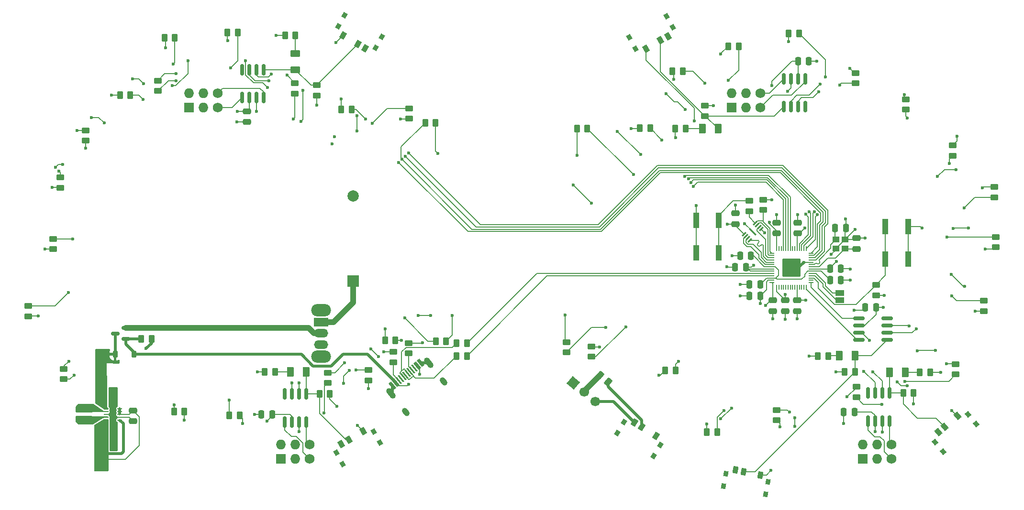
<source format=gbr>
%TF.GenerationSoftware,KiCad,Pcbnew,8.0.1*%
%TF.CreationDate,2024-06-19T14:17:48-04:00*%
%TF.ProjectId,CHV_DC32,4348565f-4443-4333-922e-6b696361645f,rev?*%
%TF.SameCoordinates,Original*%
%TF.FileFunction,Copper,L4,Bot*%
%TF.FilePolarity,Positive*%
%FSLAX46Y46*%
G04 Gerber Fmt 4.6, Leading zero omitted, Abs format (unit mm)*
G04 Created by KiCad (PCBNEW 8.0.1) date 2024-06-19 14:17:48*
%MOMM*%
%LPD*%
G01*
G04 APERTURE LIST*
G04 Aperture macros list*
%AMRoundRect*
0 Rectangle with rounded corners*
0 $1 Rounding radius*
0 $2 $3 $4 $5 $6 $7 $8 $9 X,Y pos of 4 corners*
0 Add a 4 corners polygon primitive as box body*
4,1,4,$2,$3,$4,$5,$6,$7,$8,$9,$2,$3,0*
0 Add four circle primitives for the rounded corners*
1,1,$1+$1,$2,$3*
1,1,$1+$1,$4,$5*
1,1,$1+$1,$6,$7*
1,1,$1+$1,$8,$9*
0 Add four rect primitives between the rounded corners*
20,1,$1+$1,$2,$3,$4,$5,0*
20,1,$1+$1,$4,$5,$6,$7,0*
20,1,$1+$1,$6,$7,$8,$9,0*
20,1,$1+$1,$8,$9,$2,$3,0*%
%AMHorizOval*
0 Thick line with rounded ends*
0 $1 width*
0 $2 $3 position (X,Y) of the first rounded end (center of the circle)*
0 $4 $5 position (X,Y) of the second rounded end (center of the circle)*
0 Add line between two ends*
20,1,$1,$2,$3,$4,$5,0*
0 Add two circle primitives to create the rounded ends*
1,1,$1,$2,$3*
1,1,$1,$4,$5*%
%AMRotRect*
0 Rectangle, with rotation*
0 The origin of the aperture is its center*
0 $1 length*
0 $2 width*
0 $3 Rotation angle, in degrees counterclockwise*
0 Add horizontal line*
21,1,$1,$2,0,0,$3*%
%AMFreePoly0*
4,1,11,0.760000,0.825000,0.380000,0.510000,0.380000,-0.510000,0.760000,-0.825000,0.760000,-1.525000,-0.125000,-1.525000,-0.380000,-1.270000,-0.380000,1.270000,-0.125000,1.525000,0.760000,1.525000,0.760000,0.825000,0.760000,0.825000,$1*%
G04 Aperture macros list end*
%TA.AperFunction,ComponentPad*%
%ADD10O,1.727200X1.727200*%
%TD*%
%TA.AperFunction,ComponentPad*%
%ADD11R,1.727200X1.727200*%
%TD*%
%TA.AperFunction,ComponentPad*%
%ADD12C,1.727200*%
%TD*%
%TA.AperFunction,SMDPad,CuDef*%
%ADD13RoundRect,0.250000X0.475000X-0.250000X0.475000X0.250000X-0.475000X0.250000X-0.475000X-0.250000X0*%
%TD*%
%TA.AperFunction,SMDPad,CuDef*%
%ADD14RoundRect,0.250000X-0.262500X-0.450000X0.262500X-0.450000X0.262500X0.450000X-0.262500X0.450000X0*%
%TD*%
%TA.AperFunction,SMDPad,CuDef*%
%ADD15RoundRect,0.150000X0.150000X-0.825000X0.150000X0.825000X-0.150000X0.825000X-0.150000X-0.825000X0*%
%TD*%
%TA.AperFunction,SMDPad,CuDef*%
%ADD16RoundRect,0.250000X-0.450000X0.262500X-0.450000X-0.262500X0.450000X-0.262500X0.450000X0.262500X0*%
%TD*%
%TA.AperFunction,SMDPad,CuDef*%
%ADD17R,1.000000X2.750000*%
%TD*%
%TA.AperFunction,SMDPad,CuDef*%
%ADD18RoundRect,0.250000X0.262500X0.450000X-0.262500X0.450000X-0.262500X-0.450000X0.262500X-0.450000X0*%
%TD*%
%TA.AperFunction,SMDPad,CuDef*%
%ADD19RoundRect,0.250000X0.450000X-0.262500X0.450000X0.262500X-0.450000X0.262500X-0.450000X-0.262500X0*%
%TD*%
%TA.AperFunction,SMDPad,CuDef*%
%ADD20RoundRect,0.250000X-0.250000X-0.475000X0.250000X-0.475000X0.250000X0.475000X-0.250000X0.475000X0*%
%TD*%
%TA.AperFunction,SMDPad,CuDef*%
%ADD21RoundRect,0.250000X0.250000X0.475000X-0.250000X0.475000X-0.250000X-0.475000X0.250000X-0.475000X0*%
%TD*%
%TA.AperFunction,SMDPad,CuDef*%
%ADD22RoundRect,0.250000X-0.375000X-0.625000X0.375000X-0.625000X0.375000X0.625000X-0.375000X0.625000X0*%
%TD*%
%TA.AperFunction,SMDPad,CuDef*%
%ADD23RoundRect,0.250000X-0.475000X0.250000X-0.475000X-0.250000X0.475000X-0.250000X0.475000X0.250000X0*%
%TD*%
%TA.AperFunction,SMDPad,CuDef*%
%ADD24RotRect,0.900000X1.250000X349.000000*%
%TD*%
%TA.AperFunction,SMDPad,CuDef*%
%ADD25RotRect,0.800000X0.930000X349.000000*%
%TD*%
%TA.AperFunction,SMDPad,CuDef*%
%ADD26RoundRect,0.150000X-0.150000X0.825000X-0.150000X-0.825000X0.150000X-0.825000X0.150000X0.825000X0*%
%TD*%
%TA.AperFunction,SMDPad,CuDef*%
%ADD27RoundRect,0.250000X0.375000X0.625000X-0.375000X0.625000X-0.375000X-0.625000X0.375000X-0.625000X0*%
%TD*%
%TA.AperFunction,ComponentPad*%
%ADD28RotRect,1.700000X1.700000X230.000000*%
%TD*%
%TA.AperFunction,ComponentPad*%
%ADD29HorizOval,1.700000X0.000000X0.000000X0.000000X0.000000X0*%
%TD*%
%TA.AperFunction,SMDPad,CuDef*%
%ADD30RotRect,0.900000X1.250000X328.000000*%
%TD*%
%TA.AperFunction,SMDPad,CuDef*%
%ADD31RotRect,0.800000X0.930000X328.000000*%
%TD*%
%TA.AperFunction,SMDPad,CuDef*%
%ADD32R,1.500000X1.000000*%
%TD*%
%TA.AperFunction,SMDPad,CuDef*%
%ADD33RotRect,0.900000X1.250000X150.000000*%
%TD*%
%TA.AperFunction,SMDPad,CuDef*%
%ADD34RotRect,0.800000X0.930000X150.000000*%
%TD*%
%TA.AperFunction,ComponentPad*%
%ADD35R,2.000000X2.000000*%
%TD*%
%TA.AperFunction,ComponentPad*%
%ADD36C,2.000000*%
%TD*%
%TA.AperFunction,SMDPad,CuDef*%
%ADD37RotRect,0.300000X0.900000X135.000000*%
%TD*%
%TA.AperFunction,SMDPad,CuDef*%
%ADD38RotRect,0.250000X1.650000X225.000000*%
%TD*%
%TA.AperFunction,SMDPad,CuDef*%
%ADD39RotRect,0.600000X1.450000X219.000000*%
%TD*%
%TA.AperFunction,SMDPad,CuDef*%
%ADD40RotRect,0.300000X1.450000X219.000000*%
%TD*%
%TA.AperFunction,ComponentPad*%
%ADD41HorizOval,1.000000X-0.188796X0.233144X0.188796X-0.233144X0*%
%TD*%
%TA.AperFunction,ComponentPad*%
%ADD42HorizOval,1.000000X-0.346126X0.427430X0.346126X-0.427430X0*%
%TD*%
%TA.AperFunction,SMDPad,CuDef*%
%ADD43RotRect,0.900000X1.250000X40.000000*%
%TD*%
%TA.AperFunction,SMDPad,CuDef*%
%ADD44RotRect,0.800000X0.930000X40.000000*%
%TD*%
%TA.AperFunction,SMDPad,CuDef*%
%ADD45RotRect,0.900000X1.250000X210.000000*%
%TD*%
%TA.AperFunction,SMDPad,CuDef*%
%ADD46RotRect,0.800000X0.930000X210.000000*%
%TD*%
%TA.AperFunction,SMDPad,CuDef*%
%ADD47RotRect,0.900000X1.250000X30.000000*%
%TD*%
%TA.AperFunction,SMDPad,CuDef*%
%ADD48RotRect,0.800000X0.930000X30.000000*%
%TD*%
%TA.AperFunction,SMDPad,CuDef*%
%ADD49RoundRect,0.062500X-0.350000X-0.062500X0.350000X-0.062500X0.350000X0.062500X-0.350000X0.062500X0*%
%TD*%
%TA.AperFunction,HeatsinkPad*%
%ADD50R,1.200000X2.000000*%
%TD*%
%TA.AperFunction,SMDPad,CuDef*%
%ADD51RoundRect,0.150000X-0.825000X-0.150000X0.825000X-0.150000X0.825000X0.150000X-0.825000X0.150000X0*%
%TD*%
%TA.AperFunction,ComponentPad*%
%ADD52O,3.500000X2.200000*%
%TD*%
%TA.AperFunction,ComponentPad*%
%ADD53R,2.500000X1.500000*%
%TD*%
%TA.AperFunction,ComponentPad*%
%ADD54O,2.500000X1.500000*%
%TD*%
%TA.AperFunction,SMDPad,CuDef*%
%ADD55RoundRect,0.150000X0.587500X0.150000X-0.587500X0.150000X-0.587500X-0.150000X0.587500X-0.150000X0*%
%TD*%
%TA.AperFunction,SMDPad,CuDef*%
%ADD56RoundRect,0.225000X-0.225000X-0.375000X0.225000X-0.375000X0.225000X0.375000X-0.225000X0.375000X0*%
%TD*%
%TA.AperFunction,SMDPad,CuDef*%
%ADD57RoundRect,0.050000X-0.050000X0.387500X-0.050000X-0.387500X0.050000X-0.387500X0.050000X0.387500X0*%
%TD*%
%TA.AperFunction,SMDPad,CuDef*%
%ADD58RoundRect,0.050000X-0.387500X0.050000X-0.387500X-0.050000X0.387500X-0.050000X0.387500X0.050000X0*%
%TD*%
%TA.AperFunction,SMDPad,CuDef*%
%ADD59RoundRect,0.144000X-1.456000X1.456000X-1.456000X-1.456000X1.456000X-1.456000X1.456000X1.456000X0*%
%TD*%
%TA.AperFunction,SMDPad,CuDef*%
%ADD60RoundRect,0.250000X-0.625000X0.375000X-0.625000X-0.375000X0.625000X-0.375000X0.625000X0.375000X0*%
%TD*%
%TA.AperFunction,SMDPad,CuDef*%
%ADD61R,1.200000X1.100000*%
%TD*%
%TA.AperFunction,SMDPad,CuDef*%
%ADD62RoundRect,0.250000X-0.490341X-0.175988X-0.088168X-0.513452X0.490341X0.175988X0.088168X0.513452X0*%
%TD*%
%TA.AperFunction,SMDPad,CuDef*%
%ADD63FreePoly0,270.000000*%
%TD*%
%TA.AperFunction,SMDPad,CuDef*%
%ADD64FreePoly0,90.000000*%
%TD*%
%TA.AperFunction,ViaPad*%
%ADD65C,0.600000*%
%TD*%
%TA.AperFunction,Conductor*%
%ADD66C,1.000000*%
%TD*%
%TA.AperFunction,Conductor*%
%ADD67C,0.200000*%
%TD*%
%TA.AperFunction,Conductor*%
%ADD68C,0.500000*%
%TD*%
G04 APERTURE END LIST*
D10*
%TO.P,J7,1,Pin_1*%
%TO.N,+3V3*%
X214015000Y-106360000D03*
D11*
%TO.P,J7,2,Pin_2*%
%TO.N,GND*%
X214015000Y-108900000D03*
D10*
%TO.P,J7,3,Pin_3*%
%TO.N,unconnected-(J7-Pin_3-Pad3)*%
X216555000Y-106360000D03*
%TO.P,J7,4,Pin_4*%
%TO.N,unconnected-(J7-Pin_4-Pad4)*%
X216555000Y-108900000D03*
D12*
%TO.P,J7,5,Pin_5*%
%TO.N,SAO1_TX*%
X219095000Y-106360000D03*
%TO.P,J7,6,Pin_6*%
%TO.N,SAO1_RX*%
X219095000Y-108900000D03*
%TD*%
D10*
%TO.P,J5,1,Pin_1*%
%TO.N,+3V3*%
X190790000Y-44085000D03*
D11*
%TO.P,J5,2,Pin_2*%
%TO.N,GND*%
X190790000Y-46625000D03*
D10*
%TO.P,J5,3,Pin_3*%
%TO.N,unconnected-(J5-Pin_3-Pad3)*%
X193330000Y-44085000D03*
%TO.P,J5,4,Pin_4*%
%TO.N,unconnected-(J5-Pin_4-Pad4)*%
X193330000Y-46625000D03*
D12*
%TO.P,J5,5,Pin_5*%
%TO.N,SAO3_TX*%
X195870000Y-44085000D03*
%TO.P,J5,6,Pin_6*%
%TO.N,SAO3_RX*%
X195870000Y-46625000D03*
%TD*%
D10*
%TO.P,J3,1,Pin_1*%
%TO.N,+3V3*%
X111015000Y-106360000D03*
D11*
%TO.P,J3,2,Pin_2*%
%TO.N,GND*%
X111015000Y-108900000D03*
D10*
%TO.P,J3,3,Pin_3*%
%TO.N,unconnected-(J3-Pin_3-Pad3)*%
X113555000Y-106360000D03*
%TO.P,J3,4,Pin_4*%
%TO.N,unconnected-(J3-Pin_4-Pad4)*%
X113555000Y-108900000D03*
D12*
%TO.P,J3,5,Pin_5*%
%TO.N,SAO4_TX*%
X116095000Y-106360000D03*
%TO.P,J3,6,Pin_6*%
%TO.N,SAO4_RX*%
X116095000Y-108900000D03*
%TD*%
D10*
%TO.P,J4,1,Pin_1*%
%TO.N,+3V3*%
X94765000Y-44085000D03*
D11*
%TO.P,J4,2,Pin_2*%
%TO.N,GND*%
X94765000Y-46625000D03*
D10*
%TO.P,J4,3,Pin_3*%
%TO.N,unconnected-(J4-Pin_3-Pad3)*%
X97305000Y-44085000D03*
%TO.P,J4,4,Pin_4*%
%TO.N,unconnected-(J4-Pin_4-Pad4)*%
X97305000Y-46625000D03*
D12*
%TO.P,J4,5,Pin_5*%
%TO.N,SAO2_TX*%
X99845000Y-44085000D03*
%TO.P,J4,6,Pin_6*%
%TO.N,SAO2_RX*%
X99845000Y-46625000D03*
%TD*%
D13*
%TO.P,C3,1*%
%TO.N,GND*%
X105050000Y-49200000D03*
%TO.P,C3,2*%
%TO.N,+3V3*%
X105050000Y-47300000D03*
%TD*%
D14*
%TO.P,R40,1*%
%TO.N,LED_LINE_7*%
X92112500Y-100525000D03*
%TO.P,R40,2*%
%TO.N,Net-(D34-K)*%
X93937500Y-100525000D03*
%TD*%
D13*
%TO.P,C17,1*%
%TO.N,RP1_XTAL_OUT*%
X212862500Y-71675000D03*
%TO.P,C17,2*%
%TO.N,GND*%
X212862500Y-69775000D03*
%TD*%
D15*
%TO.P,U1,1,D*%
%TO.N,SAO2_TX*%
X107990000Y-44875000D03*
%TO.P,U1,2,GND*%
%TO.N,GND*%
X106720000Y-44875000D03*
%TO.P,U1,3,VCC*%
%TO.N,+3V3*%
X105450000Y-44875000D03*
%TO.P,U1,4,R*%
%TO.N,SAO2_RX*%
X104180000Y-44875000D03*
%TO.P,U1,5,Vref*%
%TO.N,unconnected-(U1-Vref-Pad5)*%
X104180000Y-39925000D03*
%TO.P,U1,6,CANL*%
%TO.N,Net-(J6-Pin_2)*%
X105450000Y-39925000D03*
%TO.P,U1,7,CANH*%
%TO.N,Net-(J6-Pin_3)*%
X106720000Y-39925000D03*
%TO.P,U1,8,Rs*%
%TO.N,Net-(D4-A)*%
X107990000Y-39925000D03*
%TD*%
D16*
%TO.P,R37,1*%
%TO.N,LED_LINE_8*%
X126525000Y-93162500D03*
%TO.P,R37,2*%
%TO.N,Net-(D32-K)*%
X126525000Y-94987500D03*
%TD*%
D17*
%TO.P,S2,1,A*%
%TO.N,RUN*%
X218000000Y-67740000D03*
X218000000Y-73500000D03*
%TO.P,S2,2,B*%
%TO.N,GND*%
X222000000Y-67740000D03*
X222000000Y-73500000D03*
%TD*%
D14*
%TO.P,R60,1*%
%TO.N,Net-(D22-K)*%
X224087500Y-93550000D03*
%TO.P,R60,2*%
%TO.N,GND*%
X225912500Y-93550000D03*
%TD*%
D18*
%TO.P,R17,1*%
%TO.N,LED_LINE_8*%
X192037500Y-35775000D03*
%TO.P,R17,2*%
%TO.N,Net-(D28-K)*%
X190212500Y-35775000D03*
%TD*%
D19*
%TO.P,R22,1*%
%TO.N,LED_LINE_11*%
X76475000Y-52512500D03*
%TO.P,R22,2*%
%TO.N,Net-(D37-K)*%
X76475000Y-50687500D03*
%TD*%
D20*
%TO.P,C29,1*%
%TO.N,+3V3*%
X79425000Y-104100000D03*
%TO.P,C29,2*%
%TO.N,GND*%
X81325000Y-104100000D03*
%TD*%
D21*
%TO.P,C12,1*%
%TO.N,+3V3*%
X193325000Y-74900000D03*
%TO.P,C12,2*%
%TO.N,GND*%
X191425000Y-74900000D03*
%TD*%
D22*
%TO.P,D16,1,K*%
%TO.N,Net-(D16-K)*%
X185600000Y-50375000D03*
%TO.P,D16,2,A*%
%TO.N,Net-(D16-A)*%
X188400000Y-50375000D03*
%TD*%
D19*
%TO.P,R53,1*%
%TO.N,LED_LINE_1*%
X230450000Y-93937500D03*
%TO.P,R53,2*%
%TO.N,Net-(D20-K)*%
X230450000Y-92112500D03*
%TD*%
D20*
%TO.P,C27,1*%
%TO.N,Common_Power*%
X79425000Y-97925000D03*
%TO.P,C27,2*%
%TO.N,GND*%
X81325000Y-97925000D03*
%TD*%
D14*
%TO.P,R14,1*%
%TO.N,USB_POWER*%
X86312500Y-87650000D03*
%TO.P,R14,2*%
%TO.N,GND*%
X88137500Y-87650000D03*
%TD*%
D16*
%TO.P,R51,1*%
%TO.N,LED_LINE_3*%
X198775000Y-100212500D03*
%TO.P,R51,2*%
%TO.N,Net-(D17-K)*%
X198775000Y-102037500D03*
%TD*%
D19*
%TO.P,R58,1*%
%TO.N,LED_LINE_3*%
X221575000Y-47012500D03*
%TO.P,R58,2*%
%TO.N,Net-(D26-K)*%
X221575000Y-45187500D03*
%TD*%
D18*
%TO.P,R42,1*%
%TO.N,LED_LINE_10*%
X103412500Y-33350000D03*
%TO.P,R42,2*%
%TO.N,Net-(D39-K)*%
X101587500Y-33350000D03*
%TD*%
%TO.P,R34,1*%
%TO.N,LED_LINE_8*%
X165262500Y-50350000D03*
%TO.P,R34,2*%
%TO.N,Net-(D30-K)*%
X163437500Y-50350000D03*
%TD*%
D17*
%TO.P,S3,1,A*%
%TO.N,~{RP1_USB_BOOT}*%
X188500000Y-72380000D03*
X188500000Y-66620000D03*
%TO.P,S3,2,B*%
%TO.N,GND*%
X184500000Y-72380000D03*
X184500000Y-66620000D03*
%TD*%
D19*
%TO.P,R3,1*%
%TO.N,Net-(J8-CC1)*%
X133675000Y-90187500D03*
%TO.P,R3,2*%
%TO.N,GND*%
X133675000Y-88362500D03*
%TD*%
D16*
%TO.P,R10,1*%
%TO.N,+3V3*%
X196362500Y-62987500D03*
%TO.P,R10,2*%
%TO.N,RP1_QSPI_CS*%
X196362500Y-64812500D03*
%TD*%
D22*
%TO.P,D2,1,K*%
%TO.N,Net-(D2-K)*%
X209825000Y-90600000D03*
%TO.P,D2,2,A*%
%TO.N,Net-(D2-A)*%
X212625000Y-90600000D03*
%TD*%
D16*
%TO.P,R54,1*%
%TO.N,LED_LINE_2*%
X235425000Y-80862500D03*
%TO.P,R54,2*%
%TO.N,Net-(D23-K)*%
X235425000Y-82687500D03*
%TD*%
%TO.P,R45,1*%
%TO.N,LED_LINE_10*%
X133725000Y-46787500D03*
%TO.P,R45,2*%
%TO.N,Net-(D41-K)*%
X133725000Y-48612500D03*
%TD*%
D23*
%TO.P,C7,1*%
%TO.N,+3V3*%
X200312500Y-80800000D03*
%TO.P,C7,2*%
%TO.N,GND*%
X200312500Y-82700000D03*
%TD*%
D13*
%TO.P,C11,1*%
%TO.N,+3V3*%
X198737500Y-68925000D03*
%TO.P,C11,2*%
%TO.N,GND*%
X198737500Y-67025000D03*
%TD*%
D24*
%TO.P,S1,1,1*%
%TO.N,unconnected-(S1-Pad1)*%
X191459020Y-110869730D03*
%TO.P,S1,2,2*%
%TO.N,Net-(D2-A)*%
X192931460Y-111155944D03*
%TO.P,S1,3,3*%
%TO.N,+3V3*%
X195876342Y-111728371D03*
D25*
%TO.P,S1,MP1,MP1*%
%TO.N,unconnected-(S1-PadMP1)*%
X189758137Y-111496706D03*
%TO.P,S1,MP2,MP2*%
%TO.N,unconnected-(S1-PadMP2)*%
X189325000Y-113725000D03*
%TO.P,S1,MP3,MP3*%
%TO.N,unconnected-(S1-PadMP3)*%
X197218504Y-112946854D03*
%TO.P,S1,MP4,MP4*%
%TO.N,unconnected-(S1-PadMP4)*%
X196785367Y-115175148D03*
%TD*%
D23*
%TO.P,C15,1*%
%TO.N,GND*%
X191462500Y-65375000D03*
%TO.P,C15,2*%
%TO.N,+3V3*%
X191462500Y-67275000D03*
%TD*%
%TO.P,C8,1*%
%TO.N,+3V3*%
X202387500Y-80800000D03*
%TO.P,C8,2*%
%TO.N,GND*%
X202387500Y-82700000D03*
%TD*%
D14*
%TO.P,R36,1*%
%TO.N,LED_LINE_6*%
X129475000Y-87925000D03*
%TO.P,R36,2*%
%TO.N,Net-(D31-K)*%
X131300000Y-87925000D03*
%TD*%
D16*
%TO.P,R9,1*%
%TO.N,~{RP1_USB_BOOT}*%
X193900000Y-63162500D03*
%TO.P,R9,2*%
%TO.N,RP1_QSPI_CS*%
X193900000Y-64987500D03*
%TD*%
D26*
%TO.P,U4,1,D*%
%TO.N,SAO3_TX*%
X199990000Y-41550000D03*
%TO.P,U4,2,GND*%
%TO.N,GND*%
X201260000Y-41550000D03*
%TO.P,U4,3,VCC*%
%TO.N,+3V3*%
X202530000Y-41550000D03*
%TO.P,U4,4,R*%
%TO.N,SAO3_RX*%
X203800000Y-41550000D03*
%TO.P,U4,5,Vref*%
%TO.N,unconnected-(U4-Vref-Pad5)*%
X203800000Y-46500000D03*
%TO.P,U4,6,CANL*%
%TO.N,Net-(J6-Pin_2)*%
X202530000Y-46500000D03*
%TO.P,U4,7,CANH*%
%TO.N,Net-(J6-Pin_3)*%
X201260000Y-46500000D03*
%TO.P,U4,8,Rs*%
%TO.N,Net-(D16-A)*%
X199990000Y-46500000D03*
%TD*%
D16*
%TO.P,R12,1*%
%TO.N,Net-(D4-A)*%
X117400000Y-42687500D03*
%TO.P,R12,2*%
%TO.N,GND*%
X117400000Y-44512500D03*
%TD*%
D27*
%TO.P,D22,1,K*%
%TO.N,Net-(D22-K)*%
X221500000Y-93575000D03*
%TO.P,D22,2,A*%
%TO.N,Net-(D22-A)*%
X218700000Y-93575000D03*
%TD*%
D19*
%TO.P,R48,1*%
%TO.N,LED_LINE_3*%
X166000000Y-90787500D03*
%TO.P,R48,2*%
%TO.N,Net-(D5-K)*%
X166000000Y-88962500D03*
%TD*%
D18*
%TO.P,R33,1*%
%TO.N,LED_LINE_7*%
X176400000Y-50325000D03*
%TO.P,R33,2*%
%TO.N,Net-(D29-K)*%
X174575000Y-50325000D03*
%TD*%
D14*
%TO.P,R35,1*%
%TO.N,LED_LINE_5*%
X138437500Y-88025000D03*
%TO.P,R35,2*%
%TO.N,Net-(D9-K)*%
X140262500Y-88025000D03*
%TD*%
D18*
%TO.P,R49,1*%
%TO.N,LED_LINE_4*%
X180875000Y-93200000D03*
%TO.P,R49,2*%
%TO.N,Net-(D14-K)*%
X179050000Y-93200000D03*
%TD*%
D28*
%TO.P,J6,1,Pin_1*%
%TO.N,GND*%
X162733494Y-95434639D03*
D29*
%TO.P,J6,2,Pin_2*%
%TO.N,Net-(J6-Pin_2)*%
X164679247Y-97067320D03*
%TO.P,J6,3,Pin_3*%
%TO.N,Net-(J6-Pin_3)*%
X166625000Y-98700000D03*
%TD*%
D30*
%TO.P,S8,1,1*%
%TO.N,Net-(J6-Pin_3)*%
X173565515Y-102424141D03*
%TO.P,S8,2,2*%
%TO.N,Net-(R28-Pad2)*%
X174837587Y-103219020D03*
%TO.P,S8,3,3*%
%TO.N,unconnected-(S8-Pad3)*%
X177381733Y-104808778D03*
D31*
%TO.P,S8,MP1,MP1*%
%TO.N,unconnected-(S8-PadMP1)*%
X171752917Y-102399931D03*
%TO.P,S8,MP2,MP2*%
%TO.N,unconnected-(S8-PadMP2)*%
X170550000Y-104325000D03*
%TO.P,S8,MP3,MP3*%
%TO.N,unconnected-(S8-PadMP3)*%
X178198082Y-106427318D03*
%TO.P,S8,MP4,MP4*%
%TO.N,unconnected-(S8-PadMP4)*%
X176995165Y-108352387D03*
%TD*%
D32*
%TO.P,J2,1,Pin_1*%
%TO.N,RP1_SWCLK*%
X209900000Y-79475000D03*
%TO.P,J2,2,Pin_2*%
%TO.N,RP1_SWD*%
X209900000Y-80775000D03*
%TD*%
D33*
%TO.P,S5,1,1*%
%TO.N,unconnected-(S5-Pad1)*%
X125962019Y-36122003D03*
%TO.P,S5,2,2*%
%TO.N,Net-(D4-A)*%
X124662981Y-35372003D03*
%TO.P,S5,3,3*%
%TO.N,+3V3*%
X122064905Y-33872003D03*
D34*
%TO.P,S5,MP1,MP1*%
%TO.N,unconnected-(S5-PadMP1)*%
X127774359Y-36082939D03*
%TO.P,S5,MP2,MP2*%
%TO.N,unconnected-(S5-PadMP2)*%
X128909359Y-34117061D03*
%TO.P,S5,MP3,MP3*%
%TO.N,unconnected-(S5-PadMP3)*%
X121192565Y-32282939D03*
%TO.P,S5,MP4,MP4*%
%TO.N,unconnected-(S5-PadMP4)*%
X122327565Y-30317061D03*
%TD*%
D16*
%TO.P,R21,1*%
%TO.N,LED_LINE_9*%
X71975000Y-59012500D03*
%TO.P,R21,2*%
%TO.N,Net-(D11-K)*%
X71975000Y-60837500D03*
%TD*%
D22*
%TO.P,D18,1,K*%
%TO.N,Net-(D18-K)*%
X112750000Y-93500000D03*
%TO.P,D18,2,A*%
%TO.N,Net-(D18-A)*%
X115550000Y-93500000D03*
%TD*%
D21*
%TO.P,C2,1*%
%TO.N,GND*%
X210112500Y-77250000D03*
%TO.P,C2,2*%
%TO.N,RP1_v1*%
X208212500Y-77250000D03*
%TD*%
D20*
%TO.P,C1,1*%
%TO.N,GND*%
X192287500Y-72925000D03*
%TO.P,C1,2*%
%TO.N,RP1_v1*%
X194187500Y-72925000D03*
%TD*%
D14*
%TO.P,R5,1*%
%TO.N,Net-(J8-D--PadA7)*%
X142112500Y-90650000D03*
%TO.P,R5,2*%
%TO.N,RP1_USB_D-*%
X143937500Y-90650000D03*
%TD*%
D19*
%TO.P,R4,1*%
%TO.N,Net-(J8-CC2)*%
X130900000Y-91750000D03*
%TO.P,R4,2*%
%TO.N,GND*%
X130900000Y-89925000D03*
%TD*%
D18*
%TO.P,R16,1*%
%TO.N,LED_LINE_7*%
X202712500Y-33500000D03*
%TO.P,R16,2*%
%TO.N,Net-(D27-K)*%
X200887500Y-33500000D03*
%TD*%
%TO.P,R23,1*%
%TO.N,LED_LINE_12*%
X84387500Y-44475000D03*
%TO.P,R23,2*%
%TO.N,Net-(D38-K)*%
X82562500Y-44475000D03*
%TD*%
%TO.P,R44,1*%
%TO.N,LED_LINE_9*%
X123525000Y-47025000D03*
%TO.P,R44,2*%
%TO.N,Net-(D13-K)*%
X121700000Y-47025000D03*
%TD*%
%TO.P,R32,1*%
%TO.N,LED_LINE_5*%
X182137500Y-40225000D03*
%TO.P,R32,2*%
%TO.N,Net-(D8-K)*%
X180312500Y-40225000D03*
%TD*%
D35*
%TO.P,BT1,1,+*%
%TO.N,Net-(BT1-+)*%
X123835000Y-77345000D03*
D36*
%TO.P,BT1,2,-*%
%TO.N,GND*%
X123835000Y-62355000D03*
%TD*%
D14*
%TO.P,R59,1*%
%TO.N,Net-(D22-A)*%
X221162500Y-97225000D03*
%TO.P,R59,2*%
%TO.N,GND*%
X222987500Y-97225000D03*
%TD*%
D19*
%TO.P,R24,1*%
%TO.N,Net-(D16-A)*%
X186075000Y-48137500D03*
%TO.P,R24,2*%
%TO.N,GND*%
X186075000Y-46312500D03*
%TD*%
D37*
%TO.P,IC1,1,~{CS}*%
%TO.N,RP1_QSPI_CS*%
X194951839Y-67114339D03*
%TO.P,IC1,2,DO(IO1)*%
%TO.N,RP1_QSPI_SD1*%
X195305393Y-67467893D03*
%TO.P,IC1,3,IO2*%
%TO.N,RP1_QSPI_SD2*%
X195658946Y-67821446D03*
%TO.P,IC1,4,GND*%
%TO.N,GND*%
X196012500Y-68175000D03*
%TO.P,IC1,5,DI(IO0)*%
%TO.N,RP1_QSPI_SD0*%
X194032601Y-70154899D03*
%TO.P,IC1,6,CLK*%
%TO.N,RP1_QSPI_SCLK*%
X193679047Y-69801345D03*
%TO.P,IC1,7,IO3*%
%TO.N,RP1_QSPI_SD3*%
X193325494Y-69447792D03*
%TO.P,IC1,8,VCC*%
%TO.N,+3V3*%
X192971940Y-69094238D03*
D38*
%TO.P,IC1,9,EP*%
%TO.N,GND*%
X194492220Y-68634619D03*
%TD*%
D16*
%TO.P,R20,1*%
%TO.N,LED_LINE_12*%
X70700000Y-69912500D03*
%TO.P,R20,2*%
%TO.N,Net-(D36-K)*%
X70700000Y-71737500D03*
%TD*%
D20*
%TO.P,C30,1*%
%TO.N,+3V3*%
X79425000Y-106225000D03*
%TO.P,C30,2*%
%TO.N,GND*%
X81325000Y-106225000D03*
%TD*%
D19*
%TO.P,R43,1*%
%TO.N,LED_LINE_12*%
X113525000Y-44175000D03*
%TO.P,R43,2*%
%TO.N,Net-(D40-K)*%
X113525000Y-42350000D03*
%TD*%
D39*
%TO.P,J8,A1,GND*%
%TO.N,GND*%
X135787066Y-91838814D03*
%TO.P,J8,A4,VBUS*%
%TO.N,USB_POWER*%
X135165350Y-92342271D03*
D40*
%TO.P,J8,A5,CC1*%
%TO.N,Net-(J8-CC1)*%
X134232774Y-93097455D03*
%TO.P,J8,A6,D+*%
%TO.N,Net-(J8-D+-PadA6)*%
X133455629Y-93726775D03*
%TO.P,J8,A7,D-*%
%TO.N,Net-(J8-D--PadA7)*%
X133067056Y-94041436D03*
%TO.P,J8,A8,SBU1*%
%TO.N,unconnected-(J8-SBU1-PadA8)*%
X132289910Y-94670756D03*
D39*
%TO.P,J8,A9,VBUS*%
%TO.N,USB_POWER*%
X131357334Y-95425941D03*
%TO.P,J8,A12,GND*%
%TO.N,GND*%
X130735618Y-95929397D03*
%TO.P,J8,B1,GND*%
X130735618Y-95929397D03*
%TO.P,J8,B4,VBUS*%
%TO.N,USB_POWER*%
X131357334Y-95425941D03*
D40*
%TO.P,J8,B5,CC2*%
%TO.N,Net-(J8-CC2)*%
X131901337Y-94985416D03*
%TO.P,J8,B6,D+*%
%TO.N,Net-(J8-D+-PadA6)*%
X132678483Y-94356096D03*
%TO.P,J8,B7,D-*%
%TO.N,Net-(J8-D--PadA7)*%
X133844201Y-93412115D03*
%TO.P,J8,B8,SBU2*%
%TO.N,unconnected-(J8-SBU2-PadB8)*%
X134621347Y-92782795D03*
D39*
%TO.P,J8,B9,VBUS*%
%TO.N,USB_POWER*%
X135165350Y-92342271D03*
%TO.P,J8,B12,GND*%
%TO.N,GND*%
X135787066Y-91838814D03*
D41*
%TO.P,J8,S1,SHIELD*%
X139825000Y-95125000D03*
D42*
X137194441Y-91876530D03*
D41*
X133110459Y-100562328D03*
D42*
X130479900Y-97313858D03*
%TD*%
D15*
%TO.P,U6,1,D*%
%TO.N,SAO4_TX*%
X115545000Y-102325000D03*
%TO.P,U6,2,GND*%
%TO.N,GND*%
X114275000Y-102325000D03*
%TO.P,U6,3,VCC*%
%TO.N,+3V3*%
X113005000Y-102325000D03*
%TO.P,U6,4,R*%
%TO.N,SAO4_RX*%
X111735000Y-102325000D03*
%TO.P,U6,5,Vref*%
%TO.N,unconnected-(U6-Vref-Pad5)*%
X111735000Y-97375000D03*
%TO.P,U6,6,CANL*%
%TO.N,Net-(J6-Pin_2)*%
X113005000Y-97375000D03*
%TO.P,U6,7,CANH*%
%TO.N,Net-(J6-Pin_3)*%
X114275000Y-97375000D03*
%TO.P,U6,8,Rs*%
%TO.N,Net-(D18-A)*%
X115545000Y-97375000D03*
%TD*%
D18*
%TO.P,R7,1*%
%TO.N,Net-(D2-A)*%
X212637500Y-93475000D03*
%TO.P,R7,2*%
%TO.N,GND*%
X210812500Y-93475000D03*
%TD*%
%TO.P,R27,1*%
%TO.N,Net-(D18-K)*%
X110012500Y-93500000D03*
%TO.P,R27,2*%
%TO.N,GND*%
X108187500Y-93500000D03*
%TD*%
D21*
%TO.P,C19,1*%
%TO.N,GND*%
X204445000Y-38450000D03*
%TO.P,C19,2*%
%TO.N,+3V3*%
X202545000Y-38450000D03*
%TD*%
D43*
%TO.P,S9,1,1*%
%TO.N,unconnected-(S9-Pad1)*%
X227343549Y-104170911D03*
%TO.P,S9,2,2*%
%TO.N,Net-(D22-A)*%
X228492615Y-103206729D03*
%TO.P,S9,3,3*%
%TO.N,+3V3*%
X230790749Y-101278367D03*
D44*
%TO.P,S9,MP1,MP1*%
%TO.N,unconnected-(S9-PadMP1)*%
X226760400Y-105887313D03*
%TO.P,S9,MP2,MP2*%
%TO.N,unconnected-(S9-PadMP2)*%
X228219528Y-107626234D03*
%TO.P,S9,MP3,MP3*%
%TO.N,unconnected-(S9-PadMP3)*%
X232582338Y-101002128D03*
%TO.P,S9,MP4,MP4*%
%TO.N,unconnected-(S9-PadMP4)*%
X234041466Y-102741049D03*
%TD*%
D45*
%TO.P,S6,1,1*%
%TO.N,unconnected-(S6-Pad1)*%
X179500000Y-34000000D03*
%TO.P,S6,2,2*%
%TO.N,Net-(D16-A)*%
X178200962Y-34750000D03*
%TO.P,S6,3,3*%
%TO.N,+3V3*%
X175602886Y-36250000D03*
D46*
%TO.P,S6,MP1,MP1*%
%TO.N,unconnected-(S6-PadMP1)*%
X180372340Y-32410936D03*
%TO.P,S6,MP2,MP2*%
%TO.N,unconnected-(S6-PadMP2)*%
X179237340Y-30445058D03*
%TO.P,S6,MP3,MP3*%
%TO.N,unconnected-(S6-PadMP3)*%
X173790546Y-36210936D03*
%TO.P,S6,MP4,MP4*%
%TO.N,unconnected-(S6-PadMP4)*%
X172655546Y-34245058D03*
%TD*%
D16*
%TO.P,R18,1*%
%TO.N,LED_LINE_10*%
X72625000Y-92950000D03*
%TO.P,R18,2*%
%TO.N,Net-(D10-K)*%
X72625000Y-94775000D03*
%TD*%
D19*
%TO.P,R57,1*%
%TO.N,LED_LINE_2*%
X229925000Y-55175000D03*
%TO.P,R57,2*%
%TO.N,Net-(D25-K)*%
X229925000Y-53350000D03*
%TD*%
D18*
%TO.P,R25,1*%
%TO.N,Net-(D16-K)*%
X182662500Y-50375000D03*
%TO.P,R25,2*%
%TO.N,GND*%
X180837500Y-50375000D03*
%TD*%
D47*
%TO.P,S7,1,1*%
%TO.N,unconnected-(S7-Pad1)*%
X121725000Y-106225000D03*
%TO.P,S7,2,2*%
%TO.N,Net-(D18-A)*%
X123024038Y-105475000D03*
%TO.P,S7,3,3*%
%TO.N,+3V3*%
X125622114Y-103975000D03*
D48*
%TO.P,S7,MP1,MP1*%
%TO.N,unconnected-(S7-PadMP1)*%
X120852660Y-107814064D03*
%TO.P,S7,MP2,MP2*%
%TO.N,unconnected-(S7-PadMP2)*%
X121987660Y-109779942D03*
%TO.P,S7,MP3,MP3*%
%TO.N,unconnected-(S7-PadMP3)*%
X127434454Y-104014064D03*
%TO.P,S7,MP4,MP4*%
%TO.N,unconnected-(S7-PadMP4)*%
X128569454Y-105979942D03*
%TD*%
D49*
%TO.P,U5,1,VOUT*%
%TO.N,+3V3*%
X80112500Y-102002654D03*
%TO.P,U5,2,L2*%
%TO.N,Net-(U5-L2)*%
X80112500Y-101502654D03*
%TO.P,U5,3,PGND*%
%TO.N,GND*%
X80112500Y-101002654D03*
%TO.P,U5,4,L1*%
%TO.N,Net-(U5-L1)*%
X80112500Y-100502654D03*
%TO.P,U5,5,VIN*%
%TO.N,Common_Power*%
X80112500Y-100002654D03*
%TO.P,U5,6,EN*%
%TO.N,+3V3*%
X82537500Y-100002654D03*
%TO.P,U5,7,PS/SYNC*%
X82537500Y-100502654D03*
%TO.P,U5,8,VINA*%
X82537500Y-101002654D03*
%TO.P,U5,9,GND*%
%TO.N,GND*%
X82537500Y-101502654D03*
%TO.P,U5,10,FB*%
%TO.N,+3V3*%
X82537500Y-102002654D03*
D50*
%TO.P,U5,11,PGND*%
%TO.N,GND*%
X81325000Y-101002654D03*
%TD*%
D20*
%TO.P,C5,1*%
%TO.N,GND*%
X193962500Y-80000000D03*
%TO.P,C5,2*%
%TO.N,+3V3*%
X195862500Y-80000000D03*
%TD*%
D13*
%TO.P,C10,1*%
%TO.N,+3V3*%
X202450000Y-68925000D03*
%TO.P,C10,2*%
%TO.N,GND*%
X202450000Y-67025000D03*
%TD*%
D16*
%TO.P,R19,1*%
%TO.N,LED_LINE_11*%
X66350000Y-81812500D03*
%TO.P,R19,2*%
%TO.N,Net-(D35-K)*%
X66350000Y-83637500D03*
%TD*%
D51*
%TO.P,U8,1,D*%
%TO.N,RP1_CAN_TX*%
X213350000Y-87840000D03*
%TO.P,U8,2,GND*%
%TO.N,GND*%
X213350000Y-86570000D03*
%TO.P,U8,3,VCC*%
%TO.N,+3V3*%
X213350000Y-85300000D03*
%TO.P,U8,4,R*%
%TO.N,RP1_CAN_RX*%
X213350000Y-84030000D03*
%TO.P,U8,5,Vref*%
%TO.N,unconnected-(U8-Vref-Pad5)*%
X218300000Y-84030000D03*
%TO.P,U8,6,CANL*%
%TO.N,Net-(J6-Pin_2)*%
X218300000Y-85300000D03*
%TO.P,U8,7,CANH*%
%TO.N,Net-(J6-Pin_3)*%
X218300000Y-86570000D03*
%TO.P,U8,8,Rs*%
%TO.N,Net-(D2-A)*%
X218300000Y-87840000D03*
%TD*%
D19*
%TO.P,R56,1*%
%TO.N,LED_LINE_1*%
X237300000Y-62550000D03*
%TO.P,R56,2*%
%TO.N,Net-(D21-K)*%
X237300000Y-60725000D03*
%TD*%
D16*
%TO.P,R52,1*%
%TO.N,LED_LINE_4*%
X212850000Y-96112500D03*
%TO.P,R52,2*%
%TO.N,Net-(D19-K)*%
X212850000Y-97937500D03*
%TD*%
D20*
%TO.P,C16,1*%
%TO.N,RP1_XTAL_IN*%
X209087500Y-67975000D03*
%TO.P,C16,2*%
%TO.N,GND*%
X210987500Y-67975000D03*
%TD*%
D18*
%TO.P,R41,1*%
%TO.N,LED_LINE_9*%
X92250000Y-34300000D03*
%TO.P,R41,2*%
%TO.N,Net-(D12-K)*%
X90425000Y-34300000D03*
%TD*%
D20*
%TO.P,C4,1*%
%TO.N,GND*%
X193962500Y-77950000D03*
%TO.P,C4,2*%
%TO.N,RP1_v1*%
X195862500Y-77950000D03*
%TD*%
D23*
%TO.P,C13,1*%
%TO.N,+3V3*%
X198062500Y-80800000D03*
%TO.P,C13,2*%
%TO.N,GND*%
X198062500Y-82700000D03*
%TD*%
D19*
%TO.P,R47,1*%
%TO.N,LED_LINE_2*%
X161600000Y-90012500D03*
%TO.P,R47,2*%
%TO.N,Net-(D3-K)*%
X161600000Y-88187500D03*
%TD*%
%TO.P,R1,1*%
%TO.N,Net-(J6-Pin_2)*%
X89275000Y-43725000D03*
%TO.P,R1,2*%
%TO.N,Net-(J6-Pin_3)*%
X89275000Y-41900000D03*
%TD*%
D20*
%TO.P,C9,1*%
%TO.N,+3V3*%
X208212500Y-75225000D03*
%TO.P,C9,2*%
%TO.N,GND*%
X210112500Y-75225000D03*
%TD*%
D52*
%TO.P,SW1,*%
%TO.N,*%
X118110000Y-82550000D03*
X118110000Y-90750000D03*
D53*
%TO.P,SW1,1,A*%
%TO.N,Net-(BT1-+)*%
X118110000Y-84650000D03*
D54*
%TO.P,SW1,2,B*%
%TO.N,Net-(Q1-D)*%
X118110000Y-86650000D03*
%TO.P,SW1,3,C*%
%TO.N,unconnected-(SW1-C-Pad3)*%
X118110000Y-88650000D03*
%TD*%
D14*
%TO.P,R39,1*%
%TO.N,LED_LINE_6*%
X101887500Y-101175000D03*
%TO.P,R39,2*%
%TO.N,Net-(D33-K)*%
X103712500Y-101175000D03*
%TD*%
D19*
%TO.P,R15,1*%
%TO.N,LED_LINE_6*%
X212725000Y-42375000D03*
%TO.P,R15,2*%
%TO.N,Net-(D7-K)*%
X212725000Y-40550000D03*
%TD*%
D14*
%TO.P,R26,1*%
%TO.N,Net-(D18-A)*%
X117850000Y-97375000D03*
%TO.P,R26,2*%
%TO.N,GND*%
X119675000Y-97375000D03*
%TD*%
D55*
%TO.P,Q1,1,D*%
%TO.N,Net-(Q1-D)*%
X83575000Y-85725000D03*
%TO.P,Q1,2,G*%
%TO.N,USB_POWER*%
X83575000Y-87625000D03*
%TO.P,Q1,3,S*%
%TO.N,Common_Power*%
X81700000Y-86675000D03*
%TD*%
D56*
%TO.P,D1,1,K*%
%TO.N,Common_Power*%
X81700000Y-90350000D03*
%TO.P,D1,2,A*%
%TO.N,USB_POWER*%
X85000000Y-90350000D03*
%TD*%
D15*
%TO.P,U7,1,D*%
%TO.N,SAO1_TX*%
X218695000Y-102175000D03*
%TO.P,U7,2,GND*%
%TO.N,GND*%
X217425000Y-102175000D03*
%TO.P,U7,3,VCC*%
%TO.N,+3V3*%
X216155000Y-102175000D03*
%TO.P,U7,4,R*%
%TO.N,SAO1_RX*%
X214885000Y-102175000D03*
%TO.P,U7,5,Vref*%
%TO.N,unconnected-(U7-Vref-Pad5)*%
X214885000Y-97225000D03*
%TO.P,U7,6,CANL*%
%TO.N,Net-(J6-Pin_2)*%
X216155000Y-97225000D03*
%TO.P,U7,7,CANH*%
%TO.N,Net-(J6-Pin_3)*%
X217425000Y-97225000D03*
%TO.P,U7,8,Rs*%
%TO.N,Net-(D22-A)*%
X218695000Y-97225000D03*
%TD*%
D20*
%TO.P,C21,1*%
%TO.N,GND*%
X107600000Y-100975000D03*
%TO.P,C21,2*%
%TO.N,+3V3*%
X109500000Y-100975000D03*
%TD*%
D16*
%TO.P,R38,1*%
%TO.N,LED_LINE_5*%
X119325000Y-93612500D03*
%TO.P,R38,2*%
%TO.N,Net-(D6-K)*%
X119325000Y-95437500D03*
%TD*%
D14*
%TO.P,R46,1*%
%TO.N,LED_LINE_11*%
X136562500Y-49325000D03*
%TO.P,R46,2*%
%TO.N,Net-(D42-K)*%
X138387500Y-49325000D03*
%TD*%
D18*
%TO.P,R13,1*%
%TO.N,Net-(D4-K)*%
X113612500Y-33850000D03*
%TO.P,R13,2*%
%TO.N,GND*%
X111787500Y-33850000D03*
%TD*%
D20*
%TO.P,C6,1*%
%TO.N,GND*%
X214425000Y-82025000D03*
%TO.P,C6,2*%
%TO.N,+3V3*%
X216325000Y-82025000D03*
%TD*%
D19*
%TO.P,R2,1*%
%TO.N,+3V3*%
X216325000Y-79887500D03*
%TO.P,R2,2*%
%TO.N,RUN*%
X216325000Y-78062500D03*
%TD*%
D14*
%TO.P,R6,1*%
%TO.N,Net-(J8-D+-PadA6)*%
X142112500Y-88425000D03*
%TO.P,R6,2*%
%TO.N,RP1_USB_D+*%
X143937500Y-88425000D03*
%TD*%
D23*
%TO.P,C28,1*%
%TO.N,+3V3*%
X84875000Y-100300000D03*
%TO.P,C28,2*%
%TO.N,GND*%
X84875000Y-102200000D03*
%TD*%
D57*
%TO.P,U2,1,IOVDD*%
%TO.N,+3V3*%
X198775000Y-71612500D03*
%TO.P,U2,2,GPIO0*%
%TO.N,unconnected-(U2-GPIO0-Pad2)*%
X199175000Y-71612500D03*
%TO.P,U2,3,GPIO1*%
%TO.N,unconnected-(U2-GPIO1-Pad3)*%
X199575000Y-71612500D03*
%TO.P,U2,4,GPIO2*%
%TO.N,LED_LINE_4*%
X199975000Y-71612500D03*
%TO.P,U2,5,GPIO3*%
%TO.N,LED_LINE_3*%
X200375000Y-71612500D03*
%TO.P,U2,6,GPIO4*%
%TO.N,LED_LINE_2*%
X200775000Y-71612500D03*
%TO.P,U2,7,GPIO5*%
%TO.N,LED_LINE_1*%
X201175000Y-71612500D03*
%TO.P,U2,8,GPIO6*%
%TO.N,unconnected-(U2-GPIO6-Pad8)*%
X201575000Y-71612500D03*
%TO.P,U2,9,GPIO7*%
%TO.N,unconnected-(U2-GPIO7-Pad9)*%
X201975000Y-71612500D03*
%TO.P,U2,10,IOVDD*%
%TO.N,+3V3*%
X202375000Y-71612500D03*
%TO.P,U2,11,GPIO8*%
%TO.N,LED_LINE_8*%
X202775000Y-71612500D03*
%TO.P,U2,12,GPIO9*%
%TO.N,LED_LINE_7*%
X203175000Y-71612500D03*
%TO.P,U2,13,GPIO10*%
%TO.N,LED_LINE_6*%
X203575000Y-71612500D03*
%TO.P,U2,14,GPIO11*%
%TO.N,LED_LINE_5*%
X203975000Y-71612500D03*
D58*
%TO.P,U2,15,GPIO12*%
%TO.N,LED_LINE_12*%
X204812500Y-72450000D03*
%TO.P,U2,16,GPIO13*%
%TO.N,LED_LINE_11*%
X204812500Y-72850000D03*
%TO.P,U2,17,GPIO14*%
%TO.N,LED_LINE_10*%
X204812500Y-73250000D03*
%TO.P,U2,18,GPIO15*%
%TO.N,LED_LINE_9*%
X204812500Y-73650000D03*
%TO.P,U2,19,TESTEN*%
%TO.N,GND*%
X204812500Y-74050000D03*
%TO.P,U2,20,XIN*%
%TO.N,RP1_XTAL_IN*%
X204812500Y-74450000D03*
%TO.P,U2,21,XOUT*%
%TO.N,RP1_XTAL_OUT*%
X204812500Y-74850000D03*
%TO.P,U2,22,IOVDD*%
%TO.N,+3V3*%
X204812500Y-75250000D03*
%TO.P,U2,23,DVDD*%
%TO.N,RP1_v1*%
X204812500Y-75650000D03*
%TO.P,U2,24,SWCLK*%
%TO.N,RP1_SWCLK*%
X204812500Y-76050000D03*
%TO.P,U2,25,SWD*%
%TO.N,RP1_SWD*%
X204812500Y-76450000D03*
%TO.P,U2,26,RUN*%
%TO.N,RUN*%
X204812500Y-76850000D03*
%TO.P,U2,27,GPIO16*%
%TO.N,unconnected-(U2-GPIO16-Pad27)*%
X204812500Y-77250000D03*
%TO.P,U2,28,GPIO17*%
%TO.N,RP1_CAN_RX*%
X204812500Y-77650000D03*
D57*
%TO.P,U2,29,GPIO18*%
%TO.N,RP1_CAN_TX*%
X203975000Y-78487500D03*
%TO.P,U2,30,GPIO19*%
%TO.N,unconnected-(U2-GPIO19-Pad30)*%
X203575000Y-78487500D03*
%TO.P,U2,31,GPIO20*%
%TO.N,unconnected-(U2-GPIO20-Pad31)*%
X203175000Y-78487500D03*
%TO.P,U2,32,GPIO21*%
%TO.N,unconnected-(U2-GPIO21-Pad32)*%
X202775000Y-78487500D03*
%TO.P,U2,33,IOVDD*%
%TO.N,+3V3*%
X202375000Y-78487500D03*
%TO.P,U2,34,GPIO22*%
%TO.N,unconnected-(U2-GPIO22-Pad34)*%
X201975000Y-78487500D03*
%TO.P,U2,35,GPIO23*%
%TO.N,unconnected-(U2-GPIO23-Pad35)*%
X201575000Y-78487500D03*
%TO.P,U2,36,GPIO24*%
%TO.N,unconnected-(U2-GPIO24-Pad36)*%
X201175000Y-78487500D03*
%TO.P,U2,37,GPIO25*%
%TO.N,unconnected-(U2-GPIO25-Pad37)*%
X200775000Y-78487500D03*
%TO.P,U2,38,GPIO26_ADC0*%
%TO.N,unconnected-(U2-GPIO26_ADC0-Pad38)*%
X200375000Y-78487500D03*
%TO.P,U2,39,GPIO27_ADC1*%
%TO.N,unconnected-(U2-GPIO27_ADC1-Pad39)*%
X199975000Y-78487500D03*
%TO.P,U2,40,GPIO28_ADC2*%
%TO.N,unconnected-(U2-GPIO28_ADC2-Pad40)*%
X199575000Y-78487500D03*
%TO.P,U2,41,GPIO29_ADC3*%
%TO.N,unconnected-(U2-GPIO29_ADC3-Pad41)*%
X199175000Y-78487500D03*
%TO.P,U2,42,IOVDD*%
%TO.N,+3V3*%
X198775000Y-78487500D03*
D58*
%TO.P,U2,43,ADC_AVDD*%
X197937500Y-77650000D03*
%TO.P,U2,44,VREG_IN*%
X197937500Y-77250000D03*
%TO.P,U2,45,VREG_VOUT*%
%TO.N,RP1_v1*%
X197937500Y-76850000D03*
%TO.P,U2,46,USB_DM*%
%TO.N,RP1_USB_D-*%
X197937500Y-76450000D03*
%TO.P,U2,47,USB_DP*%
%TO.N,RP1_USB_D+*%
X197937500Y-76050000D03*
%TO.P,U2,48,USB_VDD*%
%TO.N,+3V3*%
X197937500Y-75650000D03*
%TO.P,U2,49,IOVDD*%
X197937500Y-75250000D03*
%TO.P,U2,50,DVDD*%
%TO.N,RP1_v1*%
X197937500Y-74850000D03*
%TO.P,U2,51,QSPI_SD3*%
%TO.N,RP1_QSPI_SD3*%
X197937500Y-74450000D03*
%TO.P,U2,52,QSPI_SCLK*%
%TO.N,RP1_QSPI_SCLK*%
X197937500Y-74050000D03*
%TO.P,U2,53,QSPI_SD0*%
%TO.N,RP1_QSPI_SD0*%
X197937500Y-73650000D03*
%TO.P,U2,54,QSPI_SD2*%
%TO.N,RP1_QSPI_SD2*%
X197937500Y-73250000D03*
%TO.P,U2,55,QSPI_SD1*%
%TO.N,RP1_QSPI_SD1*%
X197937500Y-72850000D03*
%TO.P,U2,56,QSPI_SS*%
%TO.N,RP1_QSPI_CS*%
X197937500Y-72450000D03*
D59*
%TO.P,U2,57,GND*%
%TO.N,GND*%
X201375000Y-75050000D03*
%TD*%
D18*
%TO.P,R8,1*%
%TO.N,Net-(D2-K)*%
X207862500Y-90650000D03*
%TO.P,R8,2*%
%TO.N,GND*%
X206037500Y-90650000D03*
%TD*%
D16*
%TO.P,R55,1*%
%TO.N,LED_LINE_4*%
X237525000Y-69587500D03*
%TO.P,R55,2*%
%TO.N,Net-(D24-K)*%
X237525000Y-71412500D03*
%TD*%
D60*
%TO.P,D4,1,K*%
%TO.N,Net-(D4-K)*%
X113600000Y-37125000D03*
%TO.P,D4,2,A*%
%TO.N,Net-(D4-A)*%
X113600000Y-39925000D03*
%TD*%
D18*
%TO.P,R50,1*%
%TO.N,LED_LINE_1*%
X188225000Y-104125000D03*
%TO.P,R50,2*%
%TO.N,Net-(D15-K)*%
X186400000Y-104125000D03*
%TD*%
D61*
%TO.P,Y1,1,1*%
%TO.N,RP1_XTAL_IN*%
X209252500Y-70025000D03*
%TO.P,Y1,2,2*%
%TO.N,GND*%
X210872500Y-70025000D03*
%TO.P,Y1,3,3*%
%TO.N,RP1_XTAL_OUT*%
X210872500Y-71625000D03*
%TO.P,Y1,4,4*%
%TO.N,GND*%
X209252500Y-71625000D03*
%TD*%
D62*
%TO.P,R28,1*%
%TO.N,Net-(J6-Pin_2)*%
X167513484Y-94038456D03*
%TO.P,R28,2*%
%TO.N,Net-(R28-Pad2)*%
X168911516Y-95211544D03*
%TD*%
D20*
%TO.P,C23,1*%
%TO.N,GND*%
X210625000Y-100600000D03*
%TO.P,C23,2*%
%TO.N,+3V3*%
X212525000Y-100600000D03*
%TD*%
D63*
%TO.P,L2,1,1*%
%TO.N,Net-(U5-L1)*%
X76475000Y-99705000D03*
D64*
%TO.P,L2,2,2*%
%TO.N,Net-(U5-L2)*%
X76475000Y-102245000D03*
%TD*%
D65*
%TO.N,GND*%
X81400000Y-96550000D03*
X217450000Y-104100000D03*
X209225000Y-93475000D03*
X202437500Y-65575000D03*
X192350000Y-77950000D03*
X189950000Y-74875000D03*
X87175000Y-89325000D03*
X198050000Y-84100000D03*
X215175000Y-87900000D03*
X103225000Y-49175000D03*
X200720000Y-43750000D03*
X212675000Y-68225000D03*
X212450000Y-82575000D03*
X81325000Y-100350000D03*
X81300000Y-101675000D03*
X106375000Y-100975000D03*
X180850000Y-52000000D03*
X222975000Y-99125000D03*
X211775000Y-77250000D03*
X224450000Y-68000000D03*
X191450000Y-63900000D03*
X192350000Y-80000000D03*
X227750000Y-93550000D03*
X117400000Y-46225000D03*
X187600000Y-46325000D03*
X210625000Y-102650000D03*
X200300000Y-84125000D03*
X204500000Y-90650000D03*
X211775000Y-75250000D03*
X214450000Y-69775000D03*
X196600000Y-68850000D03*
X198750000Y-65575000D03*
X114250000Y-104025000D03*
X184500000Y-64000000D03*
X210975000Y-66400000D03*
X136100000Y-88350000D03*
X120975000Y-99600000D03*
X202400000Y-84050000D03*
X203575000Y-74050000D03*
X208430270Y-72675994D03*
X205875000Y-38475000D03*
X110150000Y-33850000D03*
X106725000Y-47300000D03*
X129275000Y-89900000D03*
X106850000Y-93500000D03*
X193100000Y-67225000D03*
X190850000Y-72925000D03*
%TO.N,+3V3*%
X195850000Y-81350000D03*
X209325000Y-73925000D03*
X197920735Y-42770735D03*
X78925000Y-109750000D03*
X197925000Y-63000000D03*
X217775000Y-79900000D03*
X217650000Y-82025000D03*
X203900000Y-80800000D03*
X80175000Y-109750000D03*
X78300000Y-109750000D03*
X108597453Y-102190042D03*
X197725000Y-110950000D03*
X103325000Y-47300000D03*
X80175000Y-110400000D03*
X79550000Y-109750000D03*
X197450000Y-66975000D03*
X229725000Y-100325000D03*
X79550000Y-110400000D03*
X196825000Y-81725000D03*
X120800000Y-35150000D03*
X78925000Y-110400000D03*
X78300000Y-110400000D03*
X200300000Y-79725000D03*
X124575000Y-102925000D03*
X216150000Y-104025000D03*
X203750000Y-67950000D03*
X194650000Y-74550000D03*
X190025000Y-67275000D03*
X184150000Y-49000000D03*
%TO.N,USB_POWER*%
X133650000Y-95675000D03*
X135550000Y-93925000D03*
%TO.N,LED_LINE_8*%
X203875000Y-65550000D03*
X190211765Y-41836765D03*
X124325000Y-93150000D03*
X173437500Y-58537500D03*
%TO.N,Net-(D3-K)*%
X161350000Y-83425000D03*
%TO.N,Net-(D5-K)*%
X167425000Y-89050000D03*
%TO.N,Net-(D6-K)*%
X118661765Y-100763235D03*
%TO.N,LED_LINE_5*%
X205979313Y-65626726D03*
X186075000Y-42375000D03*
X122275000Y-91900000D03*
X132925000Y-83925000D03*
%TO.N,Net-(D7-K)*%
X211675000Y-39725000D03*
%TO.N,Net-(D8-K)*%
X180525000Y-41650000D03*
%TO.N,Net-(D9-K)*%
X141350000Y-83500000D03*
%TO.N,LED_LINE_6*%
X205400000Y-65075000D03*
X166012500Y-63612500D03*
X182600000Y-46950000D03*
X170575000Y-50843706D03*
X209912500Y-42637500D03*
X162800000Y-60400000D03*
X101875000Y-98475000D03*
X129475000Y-85875000D03*
X179175000Y-44175000D03*
X174687500Y-54937500D03*
%TO.N,Net-(D10-K)*%
X74475000Y-94025000D03*
%TO.N,Net-(D11-K)*%
X70575000Y-60750000D03*
%TO.N,Net-(D12-K)*%
X90600000Y-36100000D03*
%TO.N,LED_LINE_7*%
X135325000Y-83500000D03*
X92125000Y-99300000D03*
X204524229Y-65082555D03*
X123150000Y-93200000D03*
X137575000Y-83500000D03*
X178450000Y-52375000D03*
X122125000Y-95500000D03*
X126962500Y-89437500D03*
X128300000Y-90775000D03*
X207390686Y-41200000D03*
%TO.N,Net-(D13-K)*%
X121700000Y-45125000D03*
%TO.N,Net-(D14-K)*%
X177950000Y-94075000D03*
%TO.N,Net-(D15-K)*%
X186400000Y-102675000D03*
%TO.N,LED_LINE_9*%
X126025000Y-48725000D03*
X91950000Y-38975000D03*
X133600000Y-54700000D03*
X71725000Y-57925000D03*
%TO.N,Net-(D17-K)*%
X199325000Y-103225000D03*
%TO.N,Net-(D19-K)*%
X217350000Y-99200000D03*
%TO.N,Net-(D20-K)*%
X228775000Y-92000000D03*
%TO.N,LED_LINE_10*%
X102175000Y-39625000D03*
X84800000Y-41550000D03*
X86725000Y-42400000D03*
X73500000Y-91575000D03*
X133048999Y-55280002D03*
X71125000Y-57275000D03*
X79762500Y-49362500D03*
X77475000Y-48400000D03*
X72400000Y-56725000D03*
X127193997Y-49425000D03*
%TO.N,Net-(D21-K)*%
X235175000Y-60850000D03*
%TO.N,Net-(D23-K)*%
X233900000Y-82700000D03*
%TO.N,Net-(D24-K)*%
X235650000Y-71725000D03*
%TO.N,LED_LINE_11*%
X94575000Y-38375000D03*
X73400000Y-79450000D03*
X114625000Y-49075000D03*
X108662500Y-43112500D03*
X132465751Y-55827565D03*
X91800000Y-42775000D03*
X76462500Y-53887500D03*
X104750000Y-38375000D03*
X114925000Y-43600000D03*
%TO.N,Net-(D25-K)*%
X230675000Y-51750000D03*
%TO.N,Net-(D26-K)*%
X221375000Y-44325000D03*
%TO.N,Net-(D27-K)*%
X200900000Y-34950000D03*
%TO.N,LED_LINE_12*%
X124525000Y-50825000D03*
X86626400Y-45248600D03*
X113225000Y-48725000D03*
X131900000Y-56400000D03*
X74200000Y-69900000D03*
X124525000Y-48125000D03*
%TO.N,Net-(D28-K)*%
X188875000Y-37200000D03*
%TO.N,Net-(D29-K)*%
X172975000Y-50400000D03*
%TO.N,Net-(D30-K)*%
X163425000Y-55125000D03*
%TO.N,LED_LINE_1*%
X182495267Y-58804206D03*
X231900000Y-64429772D03*
X189400000Y-100340942D03*
X221462908Y-95199883D03*
%TO.N,Net-(D31-K)*%
X132400000Y-87925000D03*
%TO.N,Net-(D32-K)*%
X126525000Y-96400000D03*
%TO.N,Net-(D33-K)*%
X104300000Y-102600000D03*
%TO.N,LED_LINE_2*%
X190750000Y-99888799D03*
X201950000Y-103125000D03*
X229325000Y-56550000D03*
X188825000Y-101800000D03*
X201950000Y-101600000D03*
X168550000Y-85608241D03*
X221850000Y-95900000D03*
X220058386Y-95208386D03*
X229705811Y-80000000D03*
X183150850Y-59262698D03*
%TO.N,Net-(D34-K)*%
X93925000Y-102025000D03*
%TO.N,Net-(D35-K)*%
X68075000Y-83600000D03*
%TO.N,Net-(D36-K)*%
X69325000Y-71750000D03*
%TO.N,LED_LINE_3*%
X201025000Y-100598136D03*
X232025000Y-78325000D03*
X232700000Y-68025000D03*
X221850000Y-48475000D03*
X226900000Y-89700000D03*
X229635367Y-76175000D03*
X229975000Y-68050000D03*
X223657674Y-89707674D03*
X183624170Y-59907657D03*
X172048704Y-85497862D03*
%TO.N,Net-(D37-K)*%
X75000000Y-50700000D03*
%TO.N,Net-(D38-K)*%
X81100000Y-44475000D03*
%TO.N,Net-(D39-K)*%
X101600000Y-34800000D03*
%TO.N,LED_LINE_4*%
X211209825Y-97915910D03*
X227234921Y-58865079D03*
X181369774Y-91605226D03*
X228900000Y-69600000D03*
X230500000Y-57650000D03*
X184025000Y-60600000D03*
%TO.N,Net-(D40-K)*%
X112100000Y-40875000D03*
%TO.N,Net-(D41-K)*%
X132200000Y-48725000D03*
%TO.N,Net-(D42-K)*%
X138775000Y-54775000D03*
%TO.N,Net-(J6-Pin_2)*%
X113000000Y-95450000D03*
X120077944Y-53075000D03*
X214187500Y-93387500D03*
X108877944Y-41875000D03*
X222200000Y-85375000D03*
X206212500Y-43887500D03*
X92475000Y-41875000D03*
%TO.N,Net-(J6-Pin_3)*%
X215798528Y-93473528D03*
X92500000Y-40675000D03*
X109363235Y-40686765D03*
X223450000Y-85822056D03*
X120536748Y-51836748D03*
X206486028Y-42463972D03*
X114275000Y-95425000D03*
%TD*%
D66*
%TO.N,Net-(BT1-+)*%
X123835000Y-77345000D02*
X123835000Y-81175000D01*
X123835000Y-81175000D02*
X120360000Y-84650000D01*
X120360000Y-84650000D02*
X118110000Y-84650000D01*
D67*
%TO.N,GND*%
X210872500Y-70025000D02*
X210875000Y-70025000D01*
X198737500Y-65587500D02*
X198750000Y-65575000D01*
X111787500Y-33850000D02*
X110150000Y-33850000D01*
X193100000Y-67225000D02*
X194492220Y-68617220D01*
X200312500Y-84112500D02*
X200300000Y-84125000D01*
X106720000Y-44875000D02*
X106720000Y-47295000D01*
X206037500Y-90650000D02*
X204500000Y-90650000D01*
X196012500Y-68262500D02*
X196600000Y-68850000D01*
X184500000Y-72380000D02*
X184500000Y-66620000D01*
X210872500Y-70025000D02*
X212612500Y-70025000D01*
X210112500Y-77250000D02*
X211775000Y-77250000D01*
X136087500Y-88362500D02*
X136100000Y-88350000D01*
X209252500Y-71625000D02*
X209272500Y-71625000D01*
D68*
X130735618Y-95929397D02*
X130735618Y-97058140D01*
D67*
X133675000Y-88362500D02*
X133662500Y-88362500D01*
D68*
X88137500Y-88362500D02*
X88137500Y-87650000D01*
D67*
X210872500Y-68090000D02*
X210987500Y-67975000D01*
X82537500Y-101502654D02*
X83825000Y-101502654D01*
X191462500Y-65375000D02*
X191462500Y-63912500D01*
D68*
X135787066Y-91838814D02*
X137156725Y-91838814D01*
D67*
X204445000Y-38450000D02*
X205850000Y-38450000D01*
X192287500Y-72925000D02*
X190850000Y-72925000D01*
X210625000Y-100600000D02*
X210625000Y-102650000D01*
X81825000Y-101502654D02*
X81325000Y-101002654D01*
X191425000Y-74900000D02*
X189975000Y-74900000D01*
X180837500Y-51987500D02*
X180850000Y-52000000D01*
X184500000Y-66620000D02*
X184500000Y-64000000D01*
X217425000Y-104075000D02*
X217450000Y-104100000D01*
X119675000Y-97375000D02*
X119675000Y-98300000D01*
X180837500Y-50375000D02*
X180837500Y-51987500D01*
X103250000Y-49200000D02*
X103225000Y-49175000D01*
X105050000Y-49200000D02*
X103250000Y-49200000D01*
X202450000Y-67025000D02*
X202450000Y-65587500D01*
X210875000Y-70025000D02*
X212675000Y-68225000D01*
X209272500Y-71625000D02*
X210872500Y-70025000D01*
X198062500Y-82700000D02*
X198062500Y-84087500D01*
X210112500Y-75225000D02*
X211750000Y-75225000D01*
X212612500Y-70025000D02*
X212862500Y-69775000D01*
X133675000Y-88362500D02*
X136087500Y-88362500D01*
X224190000Y-67740000D02*
X224450000Y-68000000D01*
X193962500Y-77950000D02*
X192350000Y-77950000D01*
X196012500Y-68175000D02*
X196012500Y-68262500D01*
X201260000Y-43210000D02*
X201260000Y-41550000D01*
X187587500Y-46312500D02*
X187600000Y-46325000D01*
X210987500Y-66412500D02*
X210975000Y-66400000D01*
X82537500Y-101502654D02*
X81825000Y-101502654D01*
X204812500Y-74050000D02*
X203575000Y-74050000D01*
X129300000Y-89925000D02*
X129275000Y-89900000D01*
D68*
X130735618Y-97058140D02*
X130479900Y-97313858D01*
X202575000Y-75050000D02*
X203575000Y-74050000D01*
D67*
X191462500Y-63912500D02*
X191450000Y-63900000D01*
X202450000Y-65587500D02*
X202437500Y-65575000D01*
X213845000Y-86570000D02*
X215175000Y-87900000D01*
X213875000Y-82575000D02*
X212450000Y-82575000D01*
X222987500Y-97225000D02*
X222987500Y-99112500D01*
X211750000Y-75225000D02*
X211775000Y-75250000D01*
X202387500Y-84037500D02*
X202400000Y-84050000D01*
D68*
X137156725Y-91838814D02*
X137194441Y-91876530D01*
D67*
X210812500Y-93475000D02*
X209225000Y-93475000D01*
X80112500Y-101002654D02*
X81325000Y-101002654D01*
X222000000Y-73500000D02*
X222000000Y-67740000D01*
X117400000Y-44512500D02*
X117400000Y-46225000D01*
X130900000Y-89925000D02*
X129300000Y-89925000D01*
X83825000Y-101502654D02*
X84177654Y-101502654D01*
X114275000Y-104000000D02*
X114250000Y-104025000D01*
X209252500Y-71625000D02*
X209252500Y-71853764D01*
X210872500Y-70025000D02*
X210872500Y-68090000D01*
X212862500Y-69775000D02*
X214450000Y-69775000D01*
X213350000Y-86570000D02*
X213845000Y-86570000D01*
X210987500Y-67975000D02*
X210987500Y-66412500D01*
X107600000Y-100975000D02*
X106375000Y-100975000D01*
X181250000Y-50400000D02*
X181225000Y-50425000D01*
X214425000Y-82025000D02*
X213875000Y-82575000D01*
X225912500Y-93550000D02*
X227750000Y-93550000D01*
X186075000Y-46312500D02*
X187587500Y-46312500D01*
X189975000Y-74900000D02*
X189950000Y-74875000D01*
X222000000Y-67740000D02*
X224190000Y-67740000D01*
X198737500Y-67025000D02*
X198737500Y-65587500D01*
X205850000Y-38450000D02*
X205875000Y-38475000D01*
X222987500Y-99112500D02*
X222975000Y-99125000D01*
X200720000Y-43750000D02*
X201260000Y-43210000D01*
X200312500Y-82700000D02*
X200312500Y-84112500D01*
X194492220Y-68617220D02*
X194492220Y-68634619D01*
D68*
X87175000Y-89325000D02*
X88137500Y-88362500D01*
D67*
X84177654Y-101502654D02*
X84875000Y-102200000D01*
X108187500Y-93500000D02*
X106850000Y-93500000D01*
X217425000Y-102175000D02*
X217425000Y-104075000D01*
X119675000Y-98300000D02*
X120975000Y-99600000D01*
X198062500Y-84087500D02*
X198050000Y-84100000D01*
X106720000Y-47295000D02*
X106725000Y-47300000D01*
D68*
X201375000Y-75050000D02*
X202575000Y-75050000D01*
D67*
X114275000Y-102325000D02*
X114275000Y-104000000D01*
X193962500Y-80000000D02*
X192350000Y-80000000D01*
X209252500Y-71853764D02*
X208430270Y-72675994D01*
X202387500Y-82700000D02*
X202387500Y-84037500D01*
%TO.N,RP1_v1*%
X197937500Y-74850000D02*
X196575210Y-74849999D01*
X198600000Y-76850000D02*
X197937500Y-76850000D01*
X206612500Y-75650000D02*
X204812500Y-75650000D01*
X198575000Y-76850000D02*
X199075000Y-76350000D01*
X203150000Y-77075000D02*
X198825000Y-77075000D01*
X194650211Y-72925000D02*
X194187500Y-72925000D01*
X197937500Y-76850000D02*
X198575000Y-76850000D01*
X198825000Y-77075000D02*
X198600000Y-76850000D01*
X203725000Y-76203640D02*
X203725000Y-76500000D01*
X196575210Y-74849999D02*
X194650211Y-72925000D01*
X199075000Y-76350000D02*
X199075000Y-75453640D01*
X204278640Y-75650000D02*
X203725000Y-76203640D01*
X198471360Y-74850000D02*
X197937500Y-74850000D01*
X197937500Y-76850000D02*
X196962500Y-76850000D01*
X208212500Y-77250000D02*
X206612500Y-75650000D01*
X199075000Y-75453640D02*
X198471360Y-74850000D01*
X203725000Y-76500000D02*
X203150000Y-77075000D01*
X204812500Y-75650000D02*
X204278640Y-75650000D01*
X196962500Y-76850000D02*
X195862500Y-77950000D01*
D68*
%TO.N,+3V3*%
X82537500Y-100002654D02*
X82537500Y-100927654D01*
D67*
X208212500Y-75225000D02*
X208187500Y-75250000D01*
X175602886Y-38231072D02*
X184150000Y-46778186D01*
X202387500Y-80775000D02*
X202375000Y-80762500D01*
X105050000Y-47300000D02*
X103325000Y-47300000D01*
X197237500Y-77250000D02*
X197937500Y-77250000D01*
X193325000Y-74900000D02*
X194300000Y-74900000D01*
X192971940Y-69094238D02*
X191462500Y-67584798D01*
X82537500Y-101002654D02*
X84172346Y-101002654D01*
X216325000Y-79887500D02*
X217762500Y-79887500D01*
X125622114Y-103975000D02*
X125622114Y-103972114D01*
X212525000Y-100600000D02*
X215554999Y-100600000D01*
X198737500Y-68534744D02*
X197450000Y-67247244D01*
X198775000Y-68962500D02*
X198737500Y-68925000D01*
X109500000Y-100975000D02*
X109500000Y-101287495D01*
X195862500Y-81337500D02*
X195850000Y-81350000D01*
X194075000Y-75650000D02*
X193325000Y-74900000D01*
X208187500Y-75250000D02*
X204812500Y-75250000D01*
X197920735Y-42003713D02*
X197920735Y-42770735D01*
X191462500Y-67275000D02*
X190025000Y-67275000D01*
X213350000Y-85300000D02*
X214324999Y-85300000D01*
X195862500Y-80000000D02*
X195862500Y-81337500D01*
X86000000Y-106500000D02*
X83500000Y-109000000D01*
D68*
X83150000Y-102615154D02*
X82612500Y-102077654D01*
D67*
X216325000Y-82025000D02*
X217650000Y-82025000D01*
X175602886Y-36250000D02*
X175602886Y-38231072D01*
X196946629Y-111728371D02*
X197725000Y-110950000D01*
X217762500Y-79887500D02*
X217775000Y-79900000D01*
X197912500Y-62987500D02*
X197925000Y-63000000D01*
X195862500Y-80000000D02*
X196962500Y-78900000D01*
X197937500Y-75250000D02*
X193674999Y-75249999D01*
X194300000Y-74900000D02*
X194650000Y-74550000D01*
X214324999Y-85300000D02*
X216325000Y-83299999D01*
X216325000Y-83299999D02*
X216325000Y-82025000D01*
X202450000Y-68925000D02*
X202775000Y-68925000D01*
X84875000Y-100300000D02*
X86000000Y-101425000D01*
X202375000Y-69000000D02*
X202450000Y-68925000D01*
X208212500Y-75225000D02*
X208212500Y-75037500D01*
X202375000Y-80762500D02*
X202375000Y-78487500D01*
X230678367Y-101278367D02*
X229725000Y-100325000D01*
X216155000Y-104020000D02*
X216150000Y-104025000D01*
D68*
X83150000Y-107600000D02*
X83150000Y-102615154D01*
D67*
X193674999Y-75249999D02*
X193325000Y-74900000D01*
X196362500Y-62987500D02*
X197912500Y-62987500D01*
X202545000Y-38450000D02*
X201474448Y-38450000D01*
X198737500Y-68925000D02*
X198737500Y-68534744D01*
X202530000Y-41550000D02*
X202530000Y-38465000D01*
X113005000Y-102325000D02*
X113005000Y-101350001D01*
X216155000Y-101200001D02*
X216155000Y-102175000D01*
X105450000Y-46900000D02*
X105450000Y-44875000D01*
X201474448Y-38450000D02*
X197920735Y-42003713D01*
X191462500Y-67584798D02*
X191462500Y-67275000D01*
X198775000Y-79262500D02*
X198775000Y-78487500D01*
X198062500Y-80800000D02*
X197750000Y-80800000D01*
X208212500Y-75037500D02*
X209325000Y-73925000D01*
X202530000Y-38465000D02*
X202545000Y-38450000D01*
X122064905Y-33872003D02*
X122064905Y-33885095D01*
X200312500Y-79737500D02*
X200300000Y-79725000D01*
X198775000Y-71612500D02*
X198775000Y-68962500D01*
X230790749Y-101278367D02*
X230678367Y-101278367D01*
X198062500Y-80575000D02*
X198062500Y-77775000D01*
X202387500Y-80800000D02*
X203900000Y-80800000D01*
X109500000Y-101287495D02*
X108597453Y-102190042D01*
X184150000Y-46778186D02*
X184150000Y-49000000D01*
X198062500Y-77775000D02*
X197937500Y-77650000D01*
X83500000Y-109000000D02*
X80000000Y-109000000D01*
X196962500Y-77525000D02*
X197237500Y-77250000D01*
X86000000Y-101425000D02*
X86000000Y-106500000D01*
X105050000Y-47300000D02*
X105450000Y-46900000D01*
X125622114Y-103972114D02*
X124575000Y-102925000D01*
X215554999Y-100600000D02*
X216155000Y-101200001D01*
X198737500Y-68925000D02*
X198737500Y-68587500D01*
D68*
X82800000Y-107950000D02*
X83150000Y-107600000D01*
D67*
X200312500Y-80800000D02*
X198775000Y-79262500D01*
X197450000Y-67247244D02*
X197450000Y-66975000D01*
X200312500Y-80800000D02*
X200312500Y-79737500D01*
X197937500Y-75650000D02*
X194075000Y-75650000D01*
X122064905Y-33885095D02*
X120800000Y-35150000D01*
X202375000Y-71612500D02*
X202375000Y-69000000D01*
X216155000Y-102175000D02*
X216155000Y-104020000D01*
D68*
X79400000Y-107950000D02*
X82800000Y-107950000D01*
X82612500Y-102077654D02*
X82537500Y-102077654D01*
D67*
X84172346Y-101002654D02*
X84875000Y-100300000D01*
X196962500Y-78900000D02*
X196962500Y-77525000D01*
X195876342Y-111728371D02*
X196946629Y-111728371D01*
X112629999Y-100975000D02*
X109500000Y-100975000D01*
X197750000Y-80800000D02*
X196825000Y-81725000D01*
X113005000Y-101350001D02*
X112629999Y-100975000D01*
X202775000Y-68925000D02*
X203750000Y-67950000D01*
%TO.N,RP1_XTAL_IN*%
X205443418Y-74450000D02*
X205609209Y-74284209D01*
X209087500Y-69860000D02*
X209252500Y-70025000D01*
X206351670Y-73541745D02*
X206351671Y-73541745D01*
X206245605Y-74284209D02*
X206351671Y-74178142D01*
X209087500Y-67975000D02*
X209087500Y-69860000D01*
X206351670Y-73859943D02*
X206351671Y-73859944D01*
X208352500Y-70925000D02*
X209252500Y-70025000D01*
X206351671Y-73541745D02*
X208352500Y-71540918D01*
X208352500Y-71540918D02*
X208352500Y-70925000D01*
X206245606Y-74284208D02*
X206245605Y-74284209D01*
X204812500Y-74450000D02*
X205443418Y-74450000D01*
X205609210Y-74284210D02*
G75*
G02*
X205927406Y-74284210I159098J-159098D01*
G01*
X206351672Y-73859943D02*
G75*
G02*
X206351627Y-73541702I159128J159143D01*
G01*
X205927408Y-74284208D02*
G75*
G03*
X206245599Y-74284201I159092J159108D01*
G01*
X206351671Y-74178142D02*
G75*
G03*
X206351713Y-73859900I-159071J159142D01*
G01*
%TO.N,RP1_XTAL_OUT*%
X207775000Y-73325000D02*
X206250000Y-74850000D01*
X209172500Y-73325000D02*
X207775000Y-73325000D01*
X210922500Y-71675000D02*
X210872500Y-71625000D01*
X206250000Y-74850000D02*
X204812500Y-74850000D01*
X210872500Y-71625000D02*
X209172500Y-73325000D01*
X212862500Y-71675000D02*
X210922500Y-71675000D01*
D68*
%TO.N,Common_Power*%
X81700000Y-86675000D02*
X81700000Y-90350000D01*
%TO.N,USB_POWER*%
X86312500Y-87650000D02*
X83600000Y-87650000D01*
X85000000Y-90350000D02*
X85025000Y-90375000D01*
X119951056Y-92456000D02*
X116745000Y-92456000D01*
X126371733Y-90375000D02*
X122032056Y-90375000D01*
X114639000Y-90350000D02*
X85000000Y-90350000D01*
D67*
X133650000Y-95675000D02*
X133381755Y-95943245D01*
X135550000Y-92726921D02*
X135550000Y-93925000D01*
D68*
X83575000Y-87625000D02*
X83575000Y-88550000D01*
D67*
X133381755Y-95943245D02*
X131874638Y-95943245D01*
D68*
X83600000Y-87650000D02*
X83575000Y-87625000D01*
X131402504Y-95405771D02*
X126371733Y-90375000D01*
X85000000Y-89975000D02*
X85000000Y-90350000D01*
X122032056Y-90375000D02*
X119951056Y-92456000D01*
X83575000Y-88550000D02*
X85000000Y-89975000D01*
X116745000Y-92456000D02*
X114639000Y-90350000D01*
D67*
X135165350Y-92342271D02*
X135550000Y-92726921D01*
X131874638Y-95943245D02*
X131357334Y-95425941D01*
%TO.N,Net-(D2-K)*%
X209825000Y-90600000D02*
X207912500Y-90600000D01*
X207912500Y-90600000D02*
X207862500Y-90650000D01*
%TO.N,Net-(D2-A)*%
X215540000Y-90600000D02*
X212625000Y-90600000D01*
X218300000Y-87840000D02*
X215540000Y-90600000D01*
X212637500Y-93475000D02*
X212637500Y-90612500D01*
X212637500Y-90612500D02*
X212625000Y-90600000D01*
X212637500Y-93475000D02*
X194956556Y-111155944D01*
X194956556Y-111155944D02*
X192931460Y-111155944D01*
X218312500Y-87852500D02*
X218300000Y-87840000D01*
%TO.N,Net-(D4-K)*%
X113612500Y-37112500D02*
X113600000Y-37125000D01*
X113612500Y-33850000D02*
X113612500Y-37112500D01*
%TO.N,Net-(D4-A)*%
X107990000Y-39925000D02*
X113600000Y-39925000D01*
X117400000Y-42634984D02*
X117400000Y-42687500D01*
X124662981Y-35372003D02*
X117400000Y-42634984D01*
X116362500Y-42687500D02*
X113600000Y-39925000D01*
X117400000Y-42687500D02*
X116362500Y-42687500D01*
X117387500Y-42700000D02*
X117400000Y-42687500D01*
%TO.N,LED_LINE_8*%
X202775000Y-71612500D02*
X202775000Y-70747268D01*
X124337500Y-93162500D02*
X124325000Y-93150000D01*
X204375000Y-66050000D02*
X203875000Y-65550000D01*
X204375000Y-68500000D02*
X204375000Y-66050000D01*
X202775000Y-70747268D02*
X204375000Y-69147268D01*
X165262500Y-50350000D02*
X165262500Y-50362500D01*
X165262500Y-50362500D02*
X173437500Y-58537500D01*
X204375000Y-69147268D02*
X204375000Y-68500000D01*
X126525000Y-93162500D02*
X124337500Y-93162500D01*
X192037500Y-35775000D02*
X192037500Y-40011030D01*
X192037500Y-40011030D02*
X190211765Y-41836765D01*
%TO.N,Net-(D3-K)*%
X161350000Y-83425000D02*
X161350000Y-87937500D01*
X161350000Y-87937500D02*
X161600000Y-88187500D01*
%TO.N,Net-(D5-K)*%
X167425000Y-89050000D02*
X166087500Y-89050000D01*
X166087500Y-89050000D02*
X166000000Y-88962500D01*
%TO.N,Net-(D6-K)*%
X118775000Y-100650000D02*
X118661765Y-100763235D01*
X119325000Y-95437500D02*
X118775000Y-95987500D01*
X118775000Y-95987500D02*
X118775000Y-100650000D01*
%TO.N,LED_LINE_5*%
X205575000Y-67750000D02*
X205575000Y-66031039D01*
X205575000Y-66031039D02*
X205979313Y-65626726D01*
X120562500Y-93612500D02*
X122275000Y-91900000D01*
X137025000Y-88025000D02*
X132925000Y-83925000D01*
X119325000Y-93612500D02*
X120562500Y-93612500D01*
X205575000Y-70012500D02*
X205575000Y-67750000D01*
X183925000Y-40225000D02*
X186075000Y-42375000D01*
X138437500Y-88025000D02*
X137025000Y-88025000D01*
X182137500Y-40225000D02*
X183925000Y-40225000D01*
X203975000Y-71612500D02*
X205575000Y-70012500D01*
%TO.N,Net-(D7-K)*%
X212500000Y-40550000D02*
X212725000Y-40550000D01*
X211675000Y-39725000D02*
X212500000Y-40550000D01*
%TO.N,Net-(D8-K)*%
X180525000Y-40437500D02*
X180312500Y-40225000D01*
X180525000Y-41650000D02*
X180525000Y-40437500D01*
%TO.N,Net-(D9-K)*%
X140262500Y-88025000D02*
X141350000Y-86937500D01*
X141350000Y-86937500D02*
X141350000Y-83500000D01*
%TO.N,LED_LINE_6*%
X205175000Y-69478640D02*
X205175000Y-67775000D01*
X129475000Y-87925000D02*
X129475000Y-85875000D01*
X101887500Y-101175000D02*
X101887500Y-98487500D01*
X170575000Y-50843706D02*
X170593706Y-50843706D01*
X181225000Y-45600000D02*
X180600000Y-45600000D01*
X205175000Y-67775000D02*
X205175000Y-65300000D01*
X182600000Y-46950000D02*
X182575000Y-46950000D01*
X212725000Y-42375000D02*
X210175000Y-42375000D01*
X170593706Y-50843706D02*
X174687500Y-54937500D01*
X203575000Y-71078640D02*
X205175000Y-69478640D01*
X180600000Y-45600000D02*
X179175000Y-44175000D01*
X205175000Y-65300000D02*
X205400000Y-65075000D01*
X182575000Y-46950000D02*
X181225000Y-45600000D01*
X203575000Y-71612500D02*
X203575000Y-71078640D01*
X101887500Y-98487500D02*
X101875000Y-98475000D01*
X162800000Y-60400000D02*
X166012500Y-63612500D01*
X210175000Y-42375000D02*
X209912500Y-42637500D01*
%TO.N,Net-(D10-K)*%
X73725000Y-94775000D02*
X74475000Y-94025000D01*
X72625000Y-94775000D02*
X73725000Y-94775000D01*
%TO.N,Net-(D11-K)*%
X70575000Y-60750000D02*
X71887500Y-60750000D01*
X71887500Y-60750000D02*
X71975000Y-60837500D01*
%TO.N,Net-(D12-K)*%
X90600000Y-36100000D02*
X90600000Y-34475000D01*
X90600000Y-34475000D02*
X90425000Y-34300000D01*
%TO.N,LED_LINE_7*%
X204775000Y-67825000D02*
X204775000Y-65333326D01*
X204775000Y-69312954D02*
X204775000Y-67825000D01*
X203175000Y-70912954D02*
X204775000Y-69312954D01*
X207390686Y-38178186D02*
X207390686Y-41200000D01*
X137575000Y-83500000D02*
X135325000Y-83500000D01*
X92112500Y-100525000D02*
X92112500Y-99312500D01*
X122125000Y-94225000D02*
X123150000Y-93200000D01*
X204775000Y-65333326D02*
X204524229Y-65082555D01*
X122125000Y-95500000D02*
X122125000Y-94225000D01*
X128300000Y-90775000D02*
X126962500Y-89437500D01*
X92112500Y-99312500D02*
X92125000Y-99300000D01*
X203175000Y-71612500D02*
X203175000Y-70912954D01*
X202712500Y-33500000D02*
X207390686Y-38178186D01*
X176400000Y-50325000D02*
X178450000Y-52375000D01*
%TO.N,Net-(D13-K)*%
X121700000Y-47025000D02*
X121700000Y-45125000D01*
%TO.N,Net-(D14-K)*%
X177950000Y-94075000D02*
X178175000Y-94075000D01*
X178175000Y-94075000D02*
X179050000Y-93200000D01*
%TO.N,Net-(D15-K)*%
X186400000Y-102675000D02*
X186400000Y-104125000D01*
%TO.N,LED_LINE_9*%
X146300000Y-67400000D02*
X133600000Y-54700000D01*
X123525000Y-47025000D02*
X124325000Y-47025000D01*
X92250000Y-38675000D02*
X91950000Y-38975000D01*
X207175000Y-67831371D02*
X207779313Y-67227057D01*
X190000000Y-56925000D02*
X177675000Y-56925000D01*
X204812500Y-73650000D02*
X205677732Y-73650000D01*
X207175000Y-72152731D02*
X207175000Y-67831371D01*
X71975000Y-59012500D02*
X71975000Y-58175000D01*
X124325000Y-47025000D02*
X126025000Y-48725000D01*
X199840685Y-56925000D02*
X190000000Y-56925000D01*
X71975000Y-58175000D02*
X71725000Y-57925000D01*
X92250000Y-34300000D02*
X92250000Y-38675000D01*
X207779313Y-64863627D02*
X199840685Y-56925000D01*
X177675000Y-56925000D02*
X167200000Y-67400000D01*
X207779313Y-67227057D02*
X207779313Y-64863627D01*
X167200000Y-67400000D02*
X146300000Y-67400000D01*
X205677732Y-73650000D02*
X207175000Y-72152731D01*
%TO.N,Net-(D17-K)*%
X199325000Y-103225000D02*
X199325000Y-102587500D01*
X199325000Y-102587500D02*
X198775000Y-102037500D01*
%TO.N,Net-(D19-K)*%
X217350000Y-99200000D02*
X214112500Y-99200000D01*
X214112500Y-99200000D02*
X212850000Y-97937500D01*
%TO.N,Net-(D20-K)*%
X230337500Y-92000000D02*
X230450000Y-92112500D01*
X228775000Y-92000000D02*
X230337500Y-92000000D01*
%TO.N,LED_LINE_10*%
X71125000Y-57275000D02*
X71675000Y-56725000D01*
X78800000Y-48400000D02*
X79762500Y-49362500D01*
X206775000Y-71987045D02*
X206775000Y-67665686D01*
X103412500Y-33350000D02*
X103412500Y-38387500D01*
X84800000Y-41550000D02*
X85875000Y-41550000D01*
X71675000Y-56725000D02*
X72400000Y-56725000D01*
X77475000Y-48400000D02*
X78800000Y-48400000D01*
X145568997Y-67800000D02*
X133048999Y-55280002D01*
X204812500Y-73250000D02*
X205512046Y-73250000D01*
X129831497Y-46787500D02*
X127193997Y-49425000D01*
X207379313Y-65029313D02*
X199675000Y-57325000D01*
X206775000Y-67665686D02*
X207379313Y-67061372D01*
X177875000Y-57325000D02*
X167400000Y-67800000D01*
X205512046Y-73250000D02*
X206775000Y-71987045D01*
X133725000Y-46787500D02*
X129831497Y-46787500D01*
X103412500Y-38387500D02*
X102175000Y-39625000D01*
X85875000Y-41550000D02*
X86725000Y-42400000D01*
X72625000Y-92450000D02*
X72625000Y-92950000D01*
X207379313Y-67061372D02*
X207379313Y-65029313D01*
X167400000Y-67800000D02*
X145568997Y-67800000D01*
X199675000Y-57325000D02*
X177875000Y-57325000D01*
X73500000Y-91575000D02*
X72625000Y-92450000D01*
%TO.N,Net-(D21-K)*%
X235175000Y-60850000D02*
X235300000Y-60725000D01*
X235300000Y-60725000D02*
X237300000Y-60725000D01*
%TO.N,Net-(D23-K)*%
X233912500Y-82687500D02*
X233900000Y-82700000D01*
X235425000Y-82687500D02*
X233912500Y-82687500D01*
%TO.N,Net-(D24-K)*%
X237212500Y-71725000D02*
X237525000Y-71412500D01*
X235650000Y-71725000D02*
X237212500Y-71725000D01*
%TO.N,LED_LINE_11*%
X199566802Y-57800000D02*
X178000000Y-57800000D01*
X66350000Y-81812500D02*
X71037500Y-81812500D01*
X132300000Y-53587500D02*
X132300000Y-55661814D01*
X206375000Y-71821360D02*
X206375000Y-67500000D01*
X206979313Y-65212511D02*
X199566802Y-57800000D01*
X104780000Y-40870552D02*
X106184448Y-42275000D01*
X206375000Y-67500000D02*
X206979313Y-66895687D01*
X206979313Y-66895687D02*
X206979313Y-65212511D01*
X136562500Y-49325000D02*
X132300000Y-53587500D01*
X114925000Y-48775000D02*
X114625000Y-49075000D01*
X132300000Y-55661814D02*
X132465751Y-55827565D01*
X107825000Y-42275000D02*
X108662500Y-43112500D01*
X76475000Y-53875000D02*
X76462500Y-53887500D01*
X92423529Y-42775000D02*
X91800000Y-42775000D01*
X94575000Y-40623529D02*
X92423529Y-42775000D01*
X71037500Y-81812500D02*
X73400000Y-79450000D01*
X205346360Y-72850000D02*
X206375000Y-71821360D01*
X114925000Y-43600000D02*
X114925000Y-48775000D01*
X204812500Y-72850000D02*
X205346360Y-72850000D01*
X106184448Y-42275000D02*
X107825000Y-42275000D01*
X94575000Y-38375000D02*
X94575000Y-40623529D01*
X104780000Y-38405000D02*
X104780000Y-40870552D01*
X144838186Y-68200000D02*
X132465751Y-55827565D01*
X178000000Y-57800000D02*
X167600000Y-68200000D01*
X167600000Y-68200000D02*
X144838186Y-68200000D01*
X76475000Y-52512500D02*
X76475000Y-53875000D01*
X104750000Y-38375000D02*
X104780000Y-38405000D01*
%TO.N,Net-(D25-K)*%
X230675000Y-52600000D02*
X229925000Y-53350000D01*
X230675000Y-51750000D02*
X230675000Y-52600000D01*
%TO.N,Net-(D26-K)*%
X221375000Y-44325000D02*
X221375000Y-44987500D01*
X221375000Y-44987500D02*
X221575000Y-45187500D01*
%TO.N,Net-(D27-K)*%
X200900000Y-33512500D02*
X200887500Y-33500000D01*
X200900000Y-34950000D02*
X200900000Y-33512500D01*
%TO.N,LED_LINE_12*%
X199401116Y-58200000D02*
X178200000Y-58200000D01*
X144100000Y-68600000D02*
X131900000Y-56400000D01*
X167800000Y-68600000D02*
X144100000Y-68600000D01*
X178200000Y-58200000D02*
X167800000Y-68600000D01*
X70700000Y-69912500D02*
X74187500Y-69912500D01*
X204812500Y-72450000D02*
X205975000Y-71287500D01*
X85852800Y-44475000D02*
X86626400Y-45248600D01*
X206579313Y-65378197D02*
X199401116Y-58200000D01*
X205975000Y-71287500D02*
X205975000Y-67334315D01*
X84387500Y-44475000D02*
X85852800Y-44475000D01*
X113525000Y-48425000D02*
X113225000Y-48725000D01*
X205975000Y-67334315D02*
X206579313Y-66730002D01*
X206579313Y-66730002D02*
X206579313Y-65378197D01*
X113525000Y-44175000D02*
X113525000Y-48425000D01*
X124525000Y-48125000D02*
X124525000Y-50825000D01*
X74187500Y-69912500D02*
X74200000Y-69900000D01*
%TO.N,Net-(D28-K)*%
X188875000Y-37200000D02*
X188875000Y-37112500D01*
X188875000Y-37112500D02*
X190212500Y-35775000D01*
%TO.N,Net-(D29-K)*%
X174500000Y-50400000D02*
X174575000Y-50325000D01*
X172975000Y-50400000D02*
X174500000Y-50400000D01*
%TO.N,Net-(D30-K)*%
X163437500Y-55112500D02*
X163437500Y-50350000D01*
X163425000Y-55125000D02*
X163437500Y-55112500D01*
%TO.N,LED_LINE_1*%
X184252942Y-58675001D02*
X184240639Y-58662698D01*
X197347057Y-58675000D02*
X184252942Y-58675001D01*
X233779772Y-62550000D02*
X231900000Y-64429772D01*
X230450000Y-93937500D02*
X229187617Y-95199883D01*
X188225000Y-101515942D02*
X189400000Y-100340942D01*
X201175000Y-62502942D02*
X197347057Y-58675000D01*
X201175000Y-71612500D02*
X201175000Y-62502942D01*
X229187617Y-95199883D02*
X221462908Y-95199883D01*
X237300000Y-62550000D02*
X233779772Y-62550000D01*
X184240639Y-58662698D02*
X182636775Y-58662698D01*
X182636775Y-58662698D02*
X182495267Y-58804206D01*
X188225000Y-104125000D02*
X188225000Y-101515942D01*
%TO.N,Net-(D31-K)*%
X132400000Y-87925000D02*
X131300000Y-87925000D01*
%TO.N,Net-(D32-K)*%
X126525000Y-96400000D02*
X126525000Y-94987500D01*
%TO.N,Net-(D33-K)*%
X104300000Y-101762500D02*
X103712500Y-101175000D01*
X104300000Y-102600000D02*
X104300000Y-101762500D01*
%TO.N,LED_LINE_2*%
X200775000Y-71612500D02*
X200775000Y-62668628D01*
X230568311Y-80862500D02*
X229705811Y-80000000D01*
X229325000Y-55775000D02*
X229925000Y-55175000D01*
X197181370Y-59075000D02*
X184418628Y-59075000D01*
X221850000Y-95900000D02*
X220750000Y-95900000D01*
X166004259Y-85608241D02*
X168550000Y-85608241D01*
X188838799Y-101800000D02*
X190750000Y-99888799D01*
X183338548Y-59075000D02*
X183150850Y-59262698D01*
X200775000Y-62668628D02*
X197181370Y-59075000D01*
X220750000Y-95900000D02*
X220058386Y-95208386D01*
X161600000Y-90012500D02*
X166004259Y-85608241D01*
X229325000Y-56550000D02*
X229325000Y-55775000D01*
X201950000Y-103125000D02*
X201950000Y-101600000D01*
X188825000Y-101800000D02*
X188838799Y-101800000D01*
X184418628Y-59075000D02*
X183338548Y-59075000D01*
X235425000Y-80862500D02*
X230568311Y-80862500D01*
%TO.N,Net-(D34-K)*%
X93925000Y-102025000D02*
X93925000Y-100537500D01*
X93925000Y-100537500D02*
X93937500Y-100525000D01*
%TO.N,Net-(D35-K)*%
X66387500Y-83600000D02*
X66350000Y-83637500D01*
X68075000Y-83600000D02*
X66387500Y-83600000D01*
%TO.N,Net-(D36-K)*%
X70687500Y-71750000D02*
X70700000Y-71737500D01*
X69325000Y-71750000D02*
X70687500Y-71750000D01*
%TO.N,Net-(D16-K)*%
X185600000Y-50375000D02*
X182662500Y-50375000D01*
%TO.N,Net-(D16-A)*%
X198352500Y-48137500D02*
X186075000Y-48137500D01*
X186162500Y-48137500D02*
X188400000Y-50375000D01*
X186075000Y-48137500D02*
X186162500Y-48137500D01*
X178200962Y-34750000D02*
X178200962Y-40263462D01*
X199990000Y-46500000D02*
X198352500Y-48137500D01*
X178200962Y-40263462D02*
X186075000Y-48137500D01*
%TO.N,Net-(D18-K)*%
X112750000Y-93500000D02*
X110012500Y-93500000D01*
%TO.N,Net-(D18-A)*%
X122525000Y-105475000D02*
X117850000Y-100800000D01*
X115545000Y-93505000D02*
X115550000Y-93500000D01*
X115545000Y-97375000D02*
X117850000Y-97375000D01*
X117850000Y-100800000D02*
X117850000Y-97375000D01*
X123024038Y-105475000D02*
X122525000Y-105475000D01*
X115545000Y-97375000D02*
X115545000Y-93505000D01*
%TO.N,LED_LINE_3*%
X232025000Y-78325000D02*
X231785367Y-78325000D01*
X166759066Y-90787500D02*
X172048704Y-85497862D01*
X200375000Y-62834314D02*
X197015685Y-59475000D01*
X184584314Y-59475000D02*
X184056827Y-59475000D01*
X166000000Y-90787500D02*
X166759066Y-90787500D01*
X223665348Y-89700000D02*
X223657674Y-89707674D01*
X200639364Y-100212500D02*
X201025000Y-100598136D01*
X221575000Y-48200000D02*
X221850000Y-48475000D01*
X221575000Y-47012500D02*
X221575000Y-48200000D01*
X184056827Y-59475000D02*
X183624170Y-59907657D01*
X226900000Y-89700000D02*
X223665348Y-89700000D01*
X197015685Y-59475000D02*
X184584314Y-59475000D01*
X230000000Y-68025000D02*
X229975000Y-68050000D01*
X200375000Y-71612500D02*
X200375000Y-62834314D01*
X198775000Y-100212500D02*
X200639364Y-100212500D01*
X232700000Y-68025000D02*
X230000000Y-68025000D01*
X231785367Y-78325000D02*
X229635367Y-76175000D01*
%TO.N,Net-(D37-K)*%
X75000000Y-50700000D02*
X76462500Y-50700000D01*
X76462500Y-50700000D02*
X76475000Y-50687500D01*
%TO.N,Net-(D38-K)*%
X81100000Y-44475000D02*
X82562500Y-44475000D01*
%TO.N,Net-(D39-K)*%
X101587500Y-33350000D02*
X101587500Y-34787500D01*
X101587500Y-34787500D02*
X101600000Y-34800000D01*
%TO.N,LED_LINE_4*%
X199975000Y-63000000D02*
X196850000Y-59875000D01*
X196850000Y-59875000D02*
X184750000Y-59875000D01*
X212850000Y-96112500D02*
X212850000Y-96275735D01*
X237525000Y-69587500D02*
X228912500Y-69587500D01*
X199975000Y-71612500D02*
X199975000Y-63000000D01*
X212850000Y-96275735D02*
X211209825Y-97915910D01*
X180875000Y-93200000D02*
X180875000Y-92100000D01*
X230500000Y-57650000D02*
X228450000Y-57650000D01*
X228450000Y-57650000D02*
X227234921Y-58865079D01*
X228912500Y-69587500D02*
X228900000Y-69600000D01*
X184750000Y-59875000D02*
X184025000Y-60600000D01*
X180875000Y-92100000D02*
X181369774Y-91605226D01*
%TO.N,Net-(D40-K)*%
X112100000Y-40925000D02*
X112100000Y-40875000D01*
X113525000Y-42350000D02*
X112100000Y-40925000D01*
%TO.N,Net-(D41-K)*%
X133612500Y-48725000D02*
X133725000Y-48612500D01*
X132200000Y-48725000D02*
X133612500Y-48725000D01*
%TO.N,Net-(D42-K)*%
X138775000Y-54775000D02*
X138387500Y-54387500D01*
X138387500Y-54387500D02*
X138387500Y-49325000D01*
%TO.N,Net-(D22-K)*%
X221500000Y-93575000D02*
X224062500Y-93575000D01*
X224062500Y-93575000D02*
X224087500Y-93550000D01*
%TO.N,Net-(D22-A)*%
X218695000Y-93580000D02*
X218700000Y-93575000D01*
X228492615Y-103206729D02*
X226935886Y-101650000D01*
X218695000Y-97225000D02*
X218695000Y-93580000D01*
X226935886Y-101650000D02*
X223625000Y-101650000D01*
X221162500Y-99187500D02*
X221162500Y-97225000D01*
X223625000Y-101650000D02*
X221162500Y-99187500D01*
X218695000Y-97225000D02*
X221162500Y-97225000D01*
%TO.N,RP1_QSPI_CS*%
X197600000Y-72112500D02*
X197600000Y-68071814D01*
X194951839Y-67114339D02*
X193900000Y-66062500D01*
X195368996Y-66697182D02*
X194951839Y-67114339D01*
X197937500Y-72450000D02*
X197600000Y-72112500D01*
X197600000Y-68071814D02*
X196384682Y-66856496D01*
X195368996Y-66697182D02*
X196225367Y-66697182D01*
X193900000Y-66062500D02*
X193900000Y-64987500D01*
X196362500Y-66834314D02*
X196362500Y-64812500D01*
X196225367Y-66697182D02*
X196362500Y-66834314D01*
X196384682Y-66856496D02*
X196362500Y-66834314D01*
%TO.N,RP1_QSPI_SD1*%
X197200000Y-68237500D02*
X196059682Y-67097182D01*
X195676104Y-67097182D02*
X195305393Y-67467893D01*
X197937500Y-72850000D02*
X197403640Y-72850000D01*
X196059682Y-67097182D02*
X195676104Y-67097182D01*
X197200000Y-72646360D02*
X197200000Y-68237500D01*
X197403640Y-72850000D02*
X197200000Y-72646360D01*
%TO.N,RP1_QSPI_SD2*%
X195288236Y-68511396D02*
X195288236Y-68192156D01*
X196800000Y-70023160D02*
X195288236Y-68511396D01*
X195288236Y-68192156D02*
X195658946Y-67821446D01*
X197237954Y-73250000D02*
X196800000Y-72812045D01*
X197937500Y-73250000D02*
X197237954Y-73250000D01*
X196800000Y-72812045D02*
X196800000Y-70023160D01*
%TO.N,RP1_QSPI_SD0*%
X196400000Y-72977730D02*
X196400000Y-71037500D01*
X197937500Y-73650000D02*
X197072268Y-73649999D01*
X195975735Y-71037499D02*
X195975734Y-71037499D01*
X195445403Y-71143565D02*
X195445404Y-71143566D01*
X195517399Y-70154899D02*
X194032601Y-70154899D01*
X195975734Y-71037499D02*
X195869668Y-71143566D01*
X195551470Y-70188970D02*
X195517399Y-70154899D01*
X195551469Y-70188969D02*
X195551470Y-70188970D01*
X195445403Y-70719300D02*
X195551470Y-70613234D01*
X195445403Y-70719301D02*
X195445403Y-70719300D01*
X197072268Y-73649999D02*
X196400000Y-72977730D01*
X195445404Y-71143566D02*
G75*
G02*
X195445370Y-70719268I212096J212166D01*
G01*
X196400000Y-71037500D02*
G75*
G03*
X195975769Y-71037532I-212100J-212100D01*
G01*
X195869668Y-71143566D02*
G75*
G02*
X195445367Y-71143601I-212168J212166D01*
G01*
X195551470Y-70613234D02*
G75*
G03*
X195551471Y-70188967I-212170J212134D01*
G01*
%TO.N,RP1_QSPI_SCLK*%
X196000000Y-73143415D02*
X196000000Y-72312500D01*
X197937500Y-74050000D02*
X196906582Y-74049999D01*
X196906582Y-74049999D02*
X196000000Y-73143415D01*
X196000000Y-72312500D02*
X194566663Y-70879163D01*
X193308337Y-70172055D02*
X193679047Y-69801345D01*
X193308337Y-70491295D02*
X193308337Y-70172055D01*
X193696205Y-70879163D02*
X193308337Y-70491295D01*
X194566663Y-70879163D02*
X193696205Y-70879163D01*
%TO.N,RP1_QSPI_SD3*%
X195600000Y-73309103D02*
X195600000Y-72712500D01*
X197937500Y-74450000D02*
X196740896Y-74449999D01*
X194166663Y-71279163D02*
X193530519Y-71279163D01*
X195600000Y-72712500D02*
X194166663Y-71279163D01*
X193530519Y-71279163D02*
X192908337Y-70656981D01*
X192908337Y-69864949D02*
X193325494Y-69447792D01*
X192908337Y-70656981D02*
X192908337Y-69864949D01*
X196740896Y-74449999D02*
X195600000Y-73309103D01*
%TO.N,RP1_SWCLK*%
X208615686Y-79475000D02*
X209900000Y-79475000D01*
X207350000Y-77722268D02*
X207350000Y-78209314D01*
X204812500Y-76050000D02*
X205677732Y-76050000D01*
X207350000Y-78209314D02*
X208615686Y-79475000D01*
X205677732Y-76050000D02*
X207350000Y-77722268D01*
%TO.N,RP1_SWD*%
X206950000Y-77887954D02*
X205512046Y-76450000D01*
X209900000Y-80775000D02*
X209350000Y-80775000D01*
X206950000Y-78374999D02*
X206950000Y-77887954D01*
X205512046Y-76450000D02*
X204812500Y-76450000D01*
X209350000Y-80775000D02*
X206950000Y-78374999D01*
%TO.N,SAO4_TX*%
X115545000Y-105810000D02*
X116095000Y-106360000D01*
X115545000Y-102325000D02*
X115545000Y-105810000D01*
%TO.N,SAO4_RX*%
X112900000Y-104925000D02*
X113765579Y-104925000D01*
X111735000Y-103760000D02*
X112900000Y-104925000D01*
X114931400Y-107736400D02*
X116095000Y-108900000D01*
X114931400Y-106090821D02*
X114931400Y-107736400D01*
X111735000Y-102325000D02*
X111735000Y-103760000D01*
X113765579Y-104925000D02*
X114931400Y-106090821D01*
%TO.N,SAO2_TX*%
X107990000Y-43900001D02*
X107314999Y-43225000D01*
X107990000Y-44875000D02*
X107990000Y-43900001D01*
X100705000Y-43225000D02*
X99845000Y-44085000D01*
X107314999Y-43225000D02*
X100705000Y-43225000D01*
%TO.N,SAO2_RX*%
X104180000Y-44875000D02*
X102430000Y-46625000D01*
X102430000Y-46625000D02*
X99845000Y-46625000D01*
%TO.N,SAO3_TX*%
X197455000Y-44085000D02*
X195870000Y-44085000D01*
X199990000Y-41550000D02*
X197455000Y-44085000D01*
%TO.N,SAO3_RX*%
X203800000Y-42050000D02*
X201400000Y-44450000D01*
X198045000Y-44450000D02*
X195870000Y-46625000D01*
X203800000Y-41550000D02*
X203800000Y-42050000D01*
X201400000Y-44450000D02*
X198045000Y-44450000D01*
%TO.N,Net-(J6-Pin_2)*%
X89275000Y-43725000D02*
X91125000Y-41875000D01*
D66*
X164679247Y-96872693D02*
X167513484Y-94038456D01*
D67*
X203180001Y-44875000D02*
X205225000Y-44875000D01*
X105450000Y-39925000D02*
X105450000Y-40899999D01*
X202530000Y-45525001D02*
X203180001Y-44875000D01*
X216155000Y-97225000D02*
X216155000Y-95355000D01*
D66*
X164679247Y-97067320D02*
X164679247Y-96872693D01*
D67*
X106425001Y-41875000D02*
X108877944Y-41875000D01*
X218300000Y-85300000D02*
X222125000Y-85300000D01*
X91125000Y-41875000D02*
X92475000Y-41875000D01*
X202530000Y-46500000D02*
X202530000Y-45525001D01*
X113005000Y-95455000D02*
X113000000Y-95450000D01*
X105450000Y-40899999D02*
X106425001Y-41875000D01*
X205225000Y-44875000D02*
X206212500Y-43887500D01*
X216155000Y-95355000D02*
X214187500Y-93387500D01*
X222125000Y-85300000D02*
X222200000Y-85375000D01*
X113005000Y-97375000D02*
X113005000Y-95455000D01*
%TO.N,Net-(J6-Pin_3)*%
X90500000Y-40675000D02*
X92500000Y-40675000D01*
X202310001Y-44475000D02*
X204475000Y-44475000D01*
X114275000Y-97375000D02*
X114275000Y-95425000D01*
X89275000Y-41900000D02*
X90500000Y-40675000D01*
X217425000Y-97225000D02*
X217425000Y-95100000D01*
X204475000Y-44475000D02*
X206486028Y-42463972D01*
X201260000Y-45525001D02*
X202310001Y-44475000D01*
X106720000Y-40899999D02*
X107020001Y-41200000D01*
X217425000Y-95100000D02*
X215798528Y-93473528D01*
X108850000Y-41200000D02*
X109363235Y-40686765D01*
D68*
X173565515Y-102424141D02*
X169841374Y-98700000D01*
D67*
X222702056Y-86570000D02*
X223450000Y-85822056D01*
X106720000Y-39925000D02*
X106720000Y-40899999D01*
X218300000Y-86570000D02*
X222702056Y-86570000D01*
X107020001Y-41200000D02*
X108850000Y-41200000D01*
X201260000Y-46500000D02*
X201260000Y-45525001D01*
D68*
X169841374Y-98700000D02*
X166625000Y-98700000D01*
D67*
%TO.N,SAO1_TX*%
X218695000Y-102175000D02*
X218695000Y-105960000D01*
X218695000Y-105960000D02*
X219095000Y-106360000D01*
%TO.N,SAO1_RX*%
X216100000Y-104975000D02*
X217050000Y-104975000D01*
X217775000Y-107580000D02*
X219095000Y-108900000D01*
X217050000Y-104975000D02*
X217775000Y-105700000D01*
X214885000Y-103760000D02*
X216100000Y-104975000D01*
X214885000Y-102175000D02*
X214885000Y-103760000D01*
X217775000Y-105700000D02*
X217775000Y-107580000D01*
%TO.N,Net-(J8-CC1)*%
X133675000Y-92500504D02*
X133675000Y-90187500D01*
X134252363Y-93077867D02*
X133675000Y-92500504D01*
%TO.N,Net-(J8-D+-PadA6)*%
X132764685Y-92960928D02*
X132166283Y-93445505D01*
X133175000Y-89175000D02*
X132403450Y-89946550D01*
X132140413Y-93691636D02*
X132678482Y-94356096D01*
X133455628Y-93726776D02*
X132842041Y-92969058D01*
X132403450Y-89946550D02*
X132403450Y-93253450D01*
X142112500Y-88425000D02*
X141362500Y-89175000D01*
X141362500Y-89175000D02*
X133175000Y-89175000D01*
X132842041Y-92969058D02*
X132764685Y-92960928D01*
X132166283Y-93445505D02*
X132140413Y-93691636D01*
%TO.N,Net-(J8-D--PadA7)*%
X133680643Y-94799153D02*
X133067055Y-94041436D01*
X134810241Y-94600000D02*
X138162500Y-94600000D01*
X134457789Y-94169833D02*
X134450397Y-94240156D01*
X133844201Y-93412116D02*
X134457789Y-94169833D01*
X134450397Y-94240156D02*
X134810241Y-94600000D01*
X138162500Y-94600000D02*
X142112500Y-90650000D01*
X133750966Y-94806545D02*
X133680643Y-94799153D01*
X134450397Y-94240156D02*
X133750966Y-94806545D01*
%TO.N,Net-(J8-CC2)*%
X130900000Y-93984079D02*
X131901337Y-94985416D01*
X130900000Y-91750000D02*
X130900000Y-93984079D01*
D66*
%TO.N,Net-(Q1-D)*%
X115935000Y-85725000D02*
X83575000Y-85725000D01*
X116860000Y-86650000D02*
X115935000Y-85725000D01*
X118110000Y-86650000D02*
X116860000Y-86650000D01*
D68*
X83525000Y-85775000D02*
X83575000Y-85725000D01*
D67*
%TO.N,RUN*%
X209000000Y-81575000D02*
X212825000Y-81575000D01*
X216325000Y-78062500D02*
X218000000Y-76387500D01*
X204812500Y-76850000D02*
X205346360Y-76850000D01*
X206100000Y-77603640D02*
X206100000Y-78675000D01*
X218000000Y-76387500D02*
X218000000Y-73500000D01*
X216325000Y-78062500D02*
X212825000Y-81562500D01*
X205346360Y-76850000D02*
X206100000Y-77603640D01*
X212825000Y-81562500D02*
X212825000Y-81575000D01*
X218000000Y-73500000D02*
X218000000Y-67740000D01*
X206100000Y-78675000D02*
X209000000Y-81575000D01*
%TO.N,RP1_USB_D-*%
X143937500Y-90650000D02*
X158137500Y-76450000D01*
X158137500Y-76450000D02*
X197937500Y-76450000D01*
%TO.N,RP1_USB_D+*%
X156312500Y-76050000D02*
X143937500Y-88425000D01*
X197937500Y-76050000D02*
X156312500Y-76050000D01*
%TO.N,~{RP1_USB_BOOT}*%
X193900000Y-63162500D02*
X191082500Y-63162500D01*
X188500000Y-65745000D02*
X188500000Y-66620000D01*
X188500000Y-66620000D02*
X188500000Y-72380000D01*
X191082500Y-63162500D02*
X188500000Y-65745000D01*
D68*
%TO.N,Net-(R28-Pad2)*%
X168911516Y-95211544D02*
X168911516Y-96129359D01*
X168911516Y-96129359D02*
X174837587Y-102055430D01*
X174837587Y-102055430D02*
X174837587Y-103219020D01*
D67*
%TO.N,RP1_CAN_RX*%
X213350000Y-84030000D02*
X210332756Y-84030000D01*
X204812500Y-78509744D02*
X204812500Y-77650000D01*
X210332756Y-84030000D02*
X204812500Y-78509744D01*
%TO.N,RP1_CAN_TX*%
X203975000Y-78487500D02*
X203975000Y-78925000D01*
X213004448Y-87840000D02*
X203975000Y-78810552D01*
X213350000Y-87840000D02*
X213004448Y-87840000D01*
X203975000Y-78810552D02*
X203975000Y-78487500D01*
%TD*%
%TA.AperFunction,Conductor*%
%TO.N,Net-(U5-L2)*%
G36*
X80422715Y-101373228D02*
G01*
X80480568Y-101393140D01*
X80515669Y-101443255D01*
X80519999Y-101472213D01*
X80519999Y-101526000D01*
X80501092Y-101584191D01*
X80451592Y-101620155D01*
X80420999Y-101625000D01*
X79699999Y-101625000D01*
X79652790Y-101654050D01*
X79628145Y-101664914D01*
X79619440Y-101667405D01*
X79567272Y-101690574D01*
X79567269Y-101690575D01*
X77912951Y-102721529D01*
X77895739Y-102734710D01*
X77887435Y-102740423D01*
X77773865Y-102810314D01*
X77721978Y-102825000D01*
X75264449Y-102825000D01*
X75206258Y-102806093D01*
X75196362Y-102797869D01*
X74780913Y-102404286D01*
X74751673Y-102350540D01*
X74750000Y-102332417D01*
X74750000Y-101375728D01*
X74768907Y-101317537D01*
X74818407Y-101281573D01*
X74850708Y-101276743D01*
X80422715Y-101373228D01*
G37*
%TD.AperFunction*%
%TD*%
%TA.AperFunction,Conductor*%
%TO.N,Common_Power*%
G36*
X80325476Y-96251983D02*
G01*
X80325483Y-96251996D01*
X80325485Y-96252458D01*
X80325715Y-96265490D01*
X80325541Y-96265493D01*
X80325621Y-96283811D01*
X80319500Y-96322465D01*
X80319500Y-99612699D01*
X80322700Y-99648818D01*
X80328817Y-99683070D01*
X80330518Y-99691559D01*
X80330520Y-99691562D01*
X80369732Y-99774176D01*
X80369734Y-99774178D01*
X80407612Y-99822228D01*
X80454826Y-99865871D01*
X80476000Y-99880019D01*
X80513880Y-99928069D01*
X80519999Y-99962335D01*
X80519999Y-100026000D01*
X80501092Y-100084191D01*
X80451592Y-100120155D01*
X80420999Y-100125000D01*
X79730971Y-100125000D01*
X79674551Y-100107350D01*
X78192580Y-99079531D01*
X78155539Y-99030831D01*
X78150000Y-98998181D01*
X78150000Y-96225000D01*
X80325000Y-96225000D01*
X80325476Y-96251983D01*
G37*
%TD.AperFunction*%
%TD*%
%TA.AperFunction,Conductor*%
%TO.N,Common_Power*%
G36*
X80791866Y-89469685D02*
G01*
X80837621Y-89522489D01*
X80847565Y-89591647D01*
X80830365Y-89639098D01*
X80813455Y-89666511D01*
X80813452Y-89666518D01*
X80760144Y-89827393D01*
X80750000Y-89926677D01*
X80750000Y-90100000D01*
X81826000Y-90100000D01*
X81893039Y-90119685D01*
X81938794Y-90172489D01*
X81950000Y-90224000D01*
X81950000Y-91449999D01*
X81973308Y-91449999D01*
X81973322Y-91449998D01*
X82072607Y-91439855D01*
X82233481Y-91386547D01*
X82233488Y-91386544D01*
X82341528Y-91319903D01*
X82408920Y-91301462D01*
X82475584Y-91322384D01*
X82520354Y-91376025D01*
X82530620Y-91426657D01*
X82526216Y-91875858D01*
X82505875Y-91942701D01*
X82452625Y-91987936D01*
X82400860Y-91998635D01*
X80250000Y-91975000D01*
X80325000Y-96225000D01*
X78150000Y-96225000D01*
X78150000Y-90600000D01*
X80750001Y-90600000D01*
X80750001Y-90773322D01*
X80760144Y-90872607D01*
X80813452Y-91033481D01*
X80813457Y-91033492D01*
X80902424Y-91177728D01*
X80902427Y-91177732D01*
X81022267Y-91297572D01*
X81022271Y-91297575D01*
X81166507Y-91386542D01*
X81166518Y-91386547D01*
X81327393Y-91439855D01*
X81426683Y-91449999D01*
X81450000Y-91449998D01*
X81450000Y-90600000D01*
X80750001Y-90600000D01*
X78150000Y-90600000D01*
X78150000Y-89574000D01*
X78169685Y-89506961D01*
X78222489Y-89461206D01*
X78274000Y-89450000D01*
X80724827Y-89450000D01*
X80791866Y-89469685D01*
G37*
%TD.AperFunction*%
%TD*%
%TA.AperFunction,Conductor*%
%TO.N,Net-(U5-L1)*%
G36*
X77824766Y-99141293D02*
G01*
X79700000Y-100375000D01*
X80420999Y-100375000D01*
X80479190Y-100393907D01*
X80515154Y-100443407D01*
X80519999Y-100474000D01*
X80519999Y-100526896D01*
X80501092Y-100585087D01*
X80451592Y-100621051D01*
X80421856Y-100625892D01*
X74849857Y-100674135D01*
X74791505Y-100655732D01*
X74755114Y-100606546D01*
X74750000Y-100575139D01*
X74750000Y-99616008D01*
X74768907Y-99557817D01*
X74778996Y-99546004D01*
X75171004Y-99153996D01*
X75225521Y-99126219D01*
X75241008Y-99125000D01*
X77770355Y-99125000D01*
X77824766Y-99141293D01*
G37*
%TD.AperFunction*%
%TD*%
%TA.AperFunction,Conductor*%
%TO.N,GND*%
G36*
X82082932Y-96219567D02*
G01*
X82119665Y-96268499D01*
X82125000Y-96300559D01*
X82125000Y-99612691D01*
X82106093Y-99670882D01*
X82081002Y-99695006D01*
X81997891Y-99750539D01*
X81997886Y-99750544D01*
X81939762Y-99837533D01*
X81939759Y-99837540D01*
X81924501Y-99914243D01*
X81924500Y-99914253D01*
X81924500Y-100091051D01*
X81924501Y-100091058D01*
X81939759Y-100167769D01*
X81939759Y-100167770D01*
X81939760Y-100167771D01*
X81959726Y-100197653D01*
X81976334Y-100256541D01*
X81959727Y-100307653D01*
X81939761Y-100337534D01*
X81939759Y-100337540D01*
X81924501Y-100414243D01*
X81924500Y-100414253D01*
X81924500Y-100591051D01*
X81924501Y-100591058D01*
X81939759Y-100667769D01*
X81939759Y-100667770D01*
X81939760Y-100667771D01*
X81959726Y-100697653D01*
X81976334Y-100756541D01*
X81959727Y-100807653D01*
X81939761Y-100837534D01*
X81939759Y-100837540D01*
X81924501Y-100914243D01*
X81924500Y-100914253D01*
X81924500Y-101091051D01*
X81924501Y-101091058D01*
X81939759Y-101167770D01*
X81939760Y-101167772D01*
X81990102Y-101243114D01*
X81997888Y-101254766D01*
X82039657Y-101282675D01*
X82081002Y-101310301D01*
X82118881Y-101358350D01*
X82125000Y-101392616D01*
X82125000Y-101612691D01*
X82106093Y-101670882D01*
X82081002Y-101695006D01*
X81997891Y-101750539D01*
X81997886Y-101750544D01*
X81939762Y-101837533D01*
X81939759Y-101837540D01*
X81924501Y-101914243D01*
X81924500Y-101914253D01*
X81924500Y-102091051D01*
X81924501Y-102091058D01*
X81939759Y-102167770D01*
X81939760Y-102167772D01*
X81997494Y-102254177D01*
X81997888Y-102254766D01*
X82050765Y-102290097D01*
X82081002Y-102310301D01*
X82118881Y-102358350D01*
X82125000Y-102392616D01*
X82125000Y-107400500D01*
X82106093Y-107458691D01*
X82056593Y-107494655D01*
X82026000Y-107499500D01*
X80829500Y-107499500D01*
X80771309Y-107480593D01*
X80735345Y-107431093D01*
X80730500Y-107400500D01*
X80730500Y-102032341D01*
X80730252Y-102022257D01*
X80730119Y-102019545D01*
X80730000Y-102014696D01*
X80730000Y-101949006D01*
X80730000Y-101949000D01*
X80727470Y-101916856D01*
X80722625Y-101886263D01*
X80722616Y-101886206D01*
X80721853Y-101881719D01*
X80721852Y-101881713D01*
X80720618Y-101878827D01*
X80714555Y-101859232D01*
X80714487Y-101858894D01*
X80710240Y-101837537D01*
X80695171Y-101814985D01*
X80686451Y-101798889D01*
X80685908Y-101797617D01*
X80685904Y-101797612D01*
X80683718Y-101792494D01*
X80685622Y-101791680D01*
X80675096Y-101740236D01*
X80691155Y-101696332D01*
X80710240Y-101667771D01*
X80725500Y-101591055D01*
X80725499Y-101414254D01*
X80710240Y-101337537D01*
X80652112Y-101250542D01*
X80652108Y-101250539D01*
X80568998Y-101195006D01*
X80531119Y-101146956D01*
X80525000Y-101112691D01*
X80525000Y-100892616D01*
X80543907Y-100834425D01*
X80568998Y-100810301D01*
X80582354Y-100801376D01*
X80652112Y-100754766D01*
X80710240Y-100667771D01*
X80725500Y-100591055D01*
X80725499Y-100414254D01*
X80710240Y-100337537D01*
X80690273Y-100307655D01*
X80673665Y-100248768D01*
X80690274Y-100197652D01*
X80710238Y-100167774D01*
X80710238Y-100167773D01*
X80710240Y-100167771D01*
X80725500Y-100091055D01*
X80725499Y-99914254D01*
X80710240Y-99837537D01*
X80710237Y-99837533D01*
X80652113Y-99750544D01*
X80652112Y-99750542D01*
X80652108Y-99750539D01*
X80568998Y-99695006D01*
X80531119Y-99646956D01*
X80525000Y-99612691D01*
X80525000Y-96322465D01*
X80543907Y-96264274D01*
X80593407Y-96228310D01*
X80622451Y-96223477D01*
X82024453Y-96201571D01*
X82082932Y-96219567D01*
G37*
%TD.AperFunction*%
%TD*%
%TA.AperFunction,Conductor*%
%TO.N,+3V3*%
G36*
X80483691Y-101868907D02*
G01*
X80519655Y-101918407D01*
X80524500Y-101949000D01*
X80524500Y-102022398D01*
X80524523Y-102022632D01*
X80525000Y-102032341D01*
X80525000Y-110976000D01*
X80506093Y-111034191D01*
X80456593Y-111070155D01*
X80426000Y-111075000D01*
X78074000Y-111075000D01*
X78015809Y-111056093D01*
X77979845Y-111006593D01*
X77975000Y-110976000D01*
X77975000Y-102979954D01*
X77993907Y-102921763D01*
X78021638Y-102895935D01*
X79675962Y-101864979D01*
X79728322Y-101850000D01*
X80425500Y-101850000D01*
X80483691Y-101868907D01*
G37*
%TD.AperFunction*%
%TD*%
M02*

</source>
